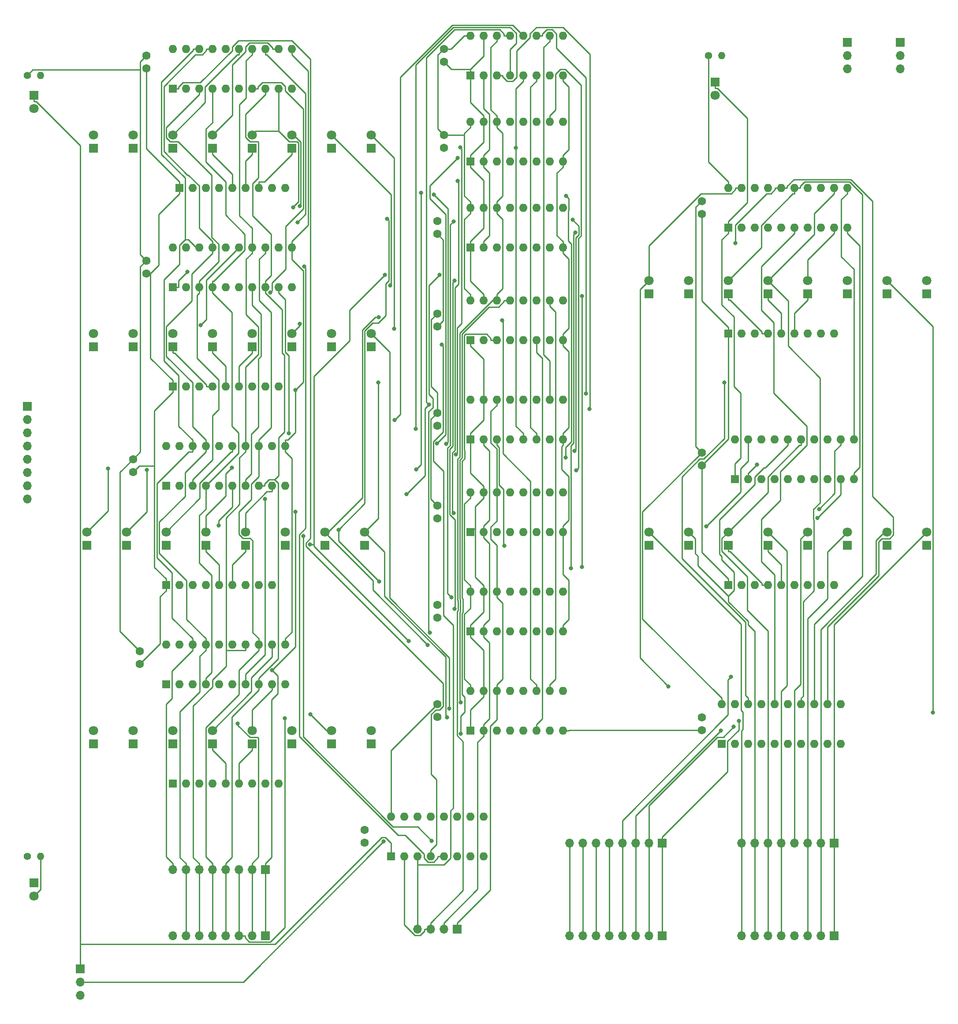
<source format=gbl>
G04 #@! TF.GenerationSoftware,KiCad,Pcbnew,5.1.6-c6e7f7d~87~ubuntu16.04.1*
G04 #@! TF.CreationDate,2021-01-23T16:02:59-05:00*
G04 #@! TF.ProjectId,riscy_reg,72697363-795f-4726-9567-2e6b69636164,rev?*
G04 #@! TF.SameCoordinates,Original*
G04 #@! TF.FileFunction,Copper,L2,Bot*
G04 #@! TF.FilePolarity,Positive*
%FSLAX46Y46*%
G04 Gerber Fmt 4.6, Leading zero omitted, Abs format (unit mm)*
G04 Created by KiCad (PCBNEW 5.1.6-c6e7f7d~87~ubuntu16.04.1) date 2021-01-23 16:02:59*
%MOMM*%
%LPD*%
G01*
G04 APERTURE LIST*
G04 #@! TA.AperFunction,ComponentPad*
%ADD10O,1.700000X1.700000*%
G04 #@! TD*
G04 #@! TA.AperFunction,ComponentPad*
%ADD11R,1.700000X1.700000*%
G04 #@! TD*
G04 #@! TA.AperFunction,ComponentPad*
%ADD12O,1.600000X1.600000*%
G04 #@! TD*
G04 #@! TA.AperFunction,ComponentPad*
%ADD13R,1.600000X1.600000*%
G04 #@! TD*
G04 #@! TA.AperFunction,ComponentPad*
%ADD14O,1.400000X1.400000*%
G04 #@! TD*
G04 #@! TA.AperFunction,ComponentPad*
%ADD15C,1.400000*%
G04 #@! TD*
G04 #@! TA.AperFunction,ComponentPad*
%ADD16C,1.800000*%
G04 #@! TD*
G04 #@! TA.AperFunction,ComponentPad*
%ADD17R,1.800000X1.800000*%
G04 #@! TD*
G04 #@! TA.AperFunction,ComponentPad*
%ADD18C,1.600000*%
G04 #@! TD*
G04 #@! TA.AperFunction,ViaPad*
%ADD19C,0.800000*%
G04 #@! TD*
G04 #@! TA.AperFunction,Conductor*
%ADD20C,0.250000*%
G04 #@! TD*
G04 APERTURE END LIST*
D10*
G04 #@! TO.P,J11,3*
G04 #@! TO.N,CLK*
X163830000Y-12700000D03*
G04 #@! TO.P,J11,2*
G04 #@! TO.N,GND*
X163830000Y-10160000D03*
D11*
G04 #@! TO.P,J11,1*
G04 #@! TO.N,+5V*
X163830000Y-7620000D03*
G04 #@! TD*
D12*
G04 #@! TO.P,U16,16*
G04 #@! TO.N,+5V*
X76200000Y-156210000D03*
G04 #@! TO.P,U16,8*
G04 #@! TO.N,GND*
X93980000Y-163830000D03*
G04 #@! TO.P,U16,15*
G04 #@! TO.N,N/C*
X78740000Y-156210000D03*
G04 #@! TO.P,U16,7*
G04 #@! TO.N,Net-(U16-Pad7)*
X91440000Y-163830000D03*
G04 #@! TO.P,U16,14*
G04 #@! TO.N,N/C*
X81280000Y-156210000D03*
G04 #@! TO.P,U16,6*
G04 #@! TO.N,Net-(U16-Pad6)*
X88900000Y-163830000D03*
G04 #@! TO.P,U16,13*
G04 #@! TO.N,N/C*
X83820000Y-156210000D03*
G04 #@! TO.P,U16,5*
G04 #@! TO.N,Net-(U16-Pad5)*
X86360000Y-163830000D03*
G04 #@! TO.P,U16,12*
G04 #@! TO.N,N/C*
X86360000Y-156210000D03*
G04 #@! TO.P,U16,4*
G04 #@! TO.N,Net-(U1-Pad1)*
X83820000Y-163830000D03*
G04 #@! TO.P,U16,11*
G04 #@! TO.N,N/C*
X88900000Y-156210000D03*
G04 #@! TO.P,U16,3*
G04 #@! TO.N,rd1*
X81280000Y-163830000D03*
G04 #@! TO.P,U16,10*
G04 #@! TO.N,N/C*
X91440000Y-156210000D03*
G04 #@! TO.P,U16,2*
G04 #@! TO.N,rd0*
X78740000Y-163830000D03*
G04 #@! TO.P,U16,9*
G04 #@! TO.N,N/C*
X93980000Y-156210000D03*
D13*
G04 #@! TO.P,U16,1*
G04 #@! TO.N,regclk*
X76200000Y-163830000D03*
G04 #@! TD*
D12*
G04 #@! TO.P,U15,20*
G04 #@! TO.N,+5V*
X139700000Y-134620000D03*
G04 #@! TO.P,U15,10*
G04 #@! TO.N,GND*
X162560000Y-142240000D03*
G04 #@! TO.P,U15,19*
G04 #@! TO.N,rdwb*
X142240000Y-134620000D03*
G04 #@! TO.P,U15,9*
G04 #@! TO.N,wb7*
X160020000Y-142240000D03*
G04 #@! TO.P,U15,18*
G04 #@! TO.N,Rrd0*
X144780000Y-134620000D03*
G04 #@! TO.P,U15,8*
G04 #@! TO.N,wb6*
X157480000Y-142240000D03*
G04 #@! TO.P,U15,17*
G04 #@! TO.N,Rrd1*
X147320000Y-134620000D03*
G04 #@! TO.P,U15,7*
G04 #@! TO.N,wb5*
X154940000Y-142240000D03*
G04 #@! TO.P,U15,16*
G04 #@! TO.N,Rrd2*
X149860000Y-134620000D03*
G04 #@! TO.P,U15,6*
G04 #@! TO.N,wb4*
X152400000Y-142240000D03*
G04 #@! TO.P,U15,15*
G04 #@! TO.N,Rrd3*
X152400000Y-134620000D03*
G04 #@! TO.P,U15,5*
G04 #@! TO.N,wb3*
X149860000Y-142240000D03*
G04 #@! TO.P,U15,14*
G04 #@! TO.N,Rrd4*
X154940000Y-134620000D03*
G04 #@! TO.P,U15,4*
G04 #@! TO.N,wb2*
X147320000Y-142240000D03*
G04 #@! TO.P,U15,13*
G04 #@! TO.N,Rrd5*
X157480000Y-134620000D03*
G04 #@! TO.P,U15,3*
G04 #@! TO.N,wb1*
X144780000Y-142240000D03*
G04 #@! TO.P,U15,12*
G04 #@! TO.N,Rrd6*
X160020000Y-134620000D03*
G04 #@! TO.P,U15,2*
G04 #@! TO.N,wb0*
X142240000Y-142240000D03*
G04 #@! TO.P,U15,11*
G04 #@! TO.N,Rrd7*
X162560000Y-134620000D03*
D13*
G04 #@! TO.P,U15,1*
G04 #@! TO.N,GND*
X139700000Y-142240000D03*
G04 #@! TD*
D12*
G04 #@! TO.P,U14,16*
G04 #@! TO.N,+5V*
X91440000Y-132080000D03*
G04 #@! TO.P,U14,8*
G04 #@! TO.N,GND*
X109220000Y-139700000D03*
G04 #@! TO.P,U14,15*
X93980000Y-132080000D03*
G04 #@! TO.P,U14,7*
G04 #@! TO.N,Net-(U14-Pad7)*
X106680000Y-139700000D03*
G04 #@! TO.P,U14,14*
G04 #@! TO.N,rs0*
X96520000Y-132080000D03*
G04 #@! TO.P,U14,6*
G04 #@! TO.N,Net-(D1-Pad2)*
X104140000Y-139700000D03*
G04 #@! TO.P,U14,13*
G04 #@! TO.N,Net-(D26-Pad2)*
X99060000Y-132080000D03*
G04 #@! TO.P,U14,5*
G04 #@! TO.N,Net-(D9-Pad2)*
X101600000Y-139700000D03*
G04 #@! TO.P,U14,12*
G04 #@! TO.N,c1*
X101600000Y-132080000D03*
G04 #@! TO.P,U14,4*
G04 #@! TO.N,c0*
X99060000Y-139700000D03*
G04 #@! TO.P,U14,11*
G04 #@! TO.N,Net-(D10-Pad2)*
X104140000Y-132080000D03*
G04 #@! TO.P,U14,3*
G04 #@! TO.N,Net-(D25-Pad2)*
X96520000Y-139700000D03*
G04 #@! TO.P,U14,10*
G04 #@! TO.N,Net-(D2-Pad2)*
X106680000Y-132080000D03*
G04 #@! TO.P,U14,2*
G04 #@! TO.N,rs1*
X93980000Y-139700000D03*
G04 #@! TO.P,U14,9*
G04 #@! TO.N,Net-(U14-Pad9)*
X109220000Y-132080000D03*
D13*
G04 #@! TO.P,U14,1*
G04 #@! TO.N,GND*
X91440000Y-139700000D03*
G04 #@! TD*
D12*
G04 #@! TO.P,U13,16*
G04 #@! TO.N,+5V*
X91440000Y-113030000D03*
G04 #@! TO.P,U13,8*
G04 #@! TO.N,GND*
X109220000Y-120650000D03*
G04 #@! TO.P,U13,15*
X93980000Y-113030000D03*
G04 #@! TO.P,U13,7*
G04 #@! TO.N,Net-(U13-Pad7)*
X106680000Y-120650000D03*
G04 #@! TO.P,U13,14*
G04 #@! TO.N,rs0*
X96520000Y-113030000D03*
G04 #@! TO.P,U13,6*
G04 #@! TO.N,Net-(D3-Pad2)*
X104140000Y-120650000D03*
G04 #@! TO.P,U13,13*
G04 #@! TO.N,Net-(D28-Pad2)*
X99060000Y-113030000D03*
G04 #@! TO.P,U13,5*
G04 #@! TO.N,Net-(D11-Pad2)*
X101600000Y-120650000D03*
G04 #@! TO.P,U13,12*
G04 #@! TO.N,c3*
X101600000Y-113030000D03*
G04 #@! TO.P,U13,4*
G04 #@! TO.N,c2*
X99060000Y-120650000D03*
G04 #@! TO.P,U13,11*
G04 #@! TO.N,Net-(D12-Pad2)*
X104140000Y-113030000D03*
G04 #@! TO.P,U13,3*
G04 #@! TO.N,Net-(D27-Pad2)*
X96520000Y-120650000D03*
G04 #@! TO.P,U13,10*
G04 #@! TO.N,Net-(D4-Pad2)*
X106680000Y-113030000D03*
G04 #@! TO.P,U13,2*
G04 #@! TO.N,rs1*
X93980000Y-120650000D03*
G04 #@! TO.P,U13,9*
G04 #@! TO.N,Net-(U13-Pad9)*
X109220000Y-113030000D03*
D13*
G04 #@! TO.P,U13,1*
G04 #@! TO.N,GND*
X91440000Y-120650000D03*
G04 #@! TD*
D12*
G04 #@! TO.P,U12,16*
G04 #@! TO.N,+5V*
X91440000Y-93980000D03*
G04 #@! TO.P,U12,8*
G04 #@! TO.N,GND*
X109220000Y-101600000D03*
G04 #@! TO.P,U12,15*
X93980000Y-93980000D03*
G04 #@! TO.P,U12,7*
G04 #@! TO.N,Net-(U12-Pad7)*
X106680000Y-101600000D03*
G04 #@! TO.P,U12,14*
G04 #@! TO.N,rs0*
X96520000Y-93980000D03*
G04 #@! TO.P,U12,6*
G04 #@! TO.N,Net-(D5-Pad2)*
X104140000Y-101600000D03*
G04 #@! TO.P,U12,13*
G04 #@! TO.N,Net-(D30-Pad2)*
X99060000Y-93980000D03*
G04 #@! TO.P,U12,5*
G04 #@! TO.N,Net-(D13-Pad2)*
X101600000Y-101600000D03*
G04 #@! TO.P,U12,12*
G04 #@! TO.N,c5*
X101600000Y-93980000D03*
G04 #@! TO.P,U12,4*
G04 #@! TO.N,c4*
X99060000Y-101600000D03*
G04 #@! TO.P,U12,11*
G04 #@! TO.N,Net-(D14-Pad2)*
X104140000Y-93980000D03*
G04 #@! TO.P,U12,3*
G04 #@! TO.N,Net-(D29-Pad2)*
X96520000Y-101600000D03*
G04 #@! TO.P,U12,10*
G04 #@! TO.N,Net-(D6-Pad2)*
X106680000Y-93980000D03*
G04 #@! TO.P,U12,2*
G04 #@! TO.N,rs1*
X93980000Y-101600000D03*
G04 #@! TO.P,U12,9*
G04 #@! TO.N,Net-(U12-Pad9)*
X109220000Y-93980000D03*
D13*
G04 #@! TO.P,U12,1*
G04 #@! TO.N,GND*
X91440000Y-101600000D03*
G04 #@! TD*
D12*
G04 #@! TO.P,U11,16*
G04 #@! TO.N,+5V*
X91440000Y-76200000D03*
G04 #@! TO.P,U11,8*
G04 #@! TO.N,GND*
X109220000Y-83820000D03*
G04 #@! TO.P,U11,15*
X93980000Y-76200000D03*
G04 #@! TO.P,U11,7*
G04 #@! TO.N,Net-(U11-Pad7)*
X106680000Y-83820000D03*
G04 #@! TO.P,U11,14*
G04 #@! TO.N,rs0*
X96520000Y-76200000D03*
G04 #@! TO.P,U11,6*
G04 #@! TO.N,Net-(D7-Pad2)*
X104140000Y-83820000D03*
G04 #@! TO.P,U11,13*
G04 #@! TO.N,Net-(D32-Pad2)*
X99060000Y-76200000D03*
G04 #@! TO.P,U11,5*
G04 #@! TO.N,Net-(D15-Pad2)*
X101600000Y-83820000D03*
G04 #@! TO.P,U11,12*
G04 #@! TO.N,c7*
X101600000Y-76200000D03*
G04 #@! TO.P,U11,4*
G04 #@! TO.N,c6*
X99060000Y-83820000D03*
G04 #@! TO.P,U11,11*
G04 #@! TO.N,Net-(D16-Pad2)*
X104140000Y-76200000D03*
G04 #@! TO.P,U11,3*
G04 #@! TO.N,Net-(D31-Pad2)*
X96520000Y-83820000D03*
G04 #@! TO.P,U11,10*
G04 #@! TO.N,Net-(D8-Pad2)*
X106680000Y-76200000D03*
G04 #@! TO.P,U11,2*
G04 #@! TO.N,rs1*
X93980000Y-83820000D03*
G04 #@! TO.P,U11,9*
G04 #@! TO.N,Net-(U11-Pad9)*
X109220000Y-76200000D03*
D13*
G04 #@! TO.P,U11,1*
G04 #@! TO.N,GND*
X91440000Y-83820000D03*
G04 #@! TD*
D12*
G04 #@! TO.P,U10,16*
G04 #@! TO.N,+5V*
X91440000Y-57150000D03*
G04 #@! TO.P,U10,8*
G04 #@! TO.N,GND*
X109220000Y-64770000D03*
G04 #@! TO.P,U10,15*
X93980000Y-57150000D03*
G04 #@! TO.P,U10,7*
G04 #@! TO.N,Net-(U10-Pad7)*
X106680000Y-64770000D03*
G04 #@! TO.P,U10,14*
G04 #@! TO.N,rd0*
X96520000Y-57150000D03*
G04 #@! TO.P,U10,6*
G04 #@! TO.N,Net-(D1-Pad2)*
X104140000Y-64770000D03*
G04 #@! TO.P,U10,13*
G04 #@! TO.N,Net-(D26-Pad2)*
X99060000Y-57150000D03*
G04 #@! TO.P,U10,5*
G04 #@! TO.N,Net-(D9-Pad2)*
X101600000Y-64770000D03*
G04 #@! TO.P,U10,12*
G04 #@! TO.N,c1*
X101600000Y-57150000D03*
G04 #@! TO.P,U10,4*
G04 #@! TO.N,c0*
X99060000Y-64770000D03*
G04 #@! TO.P,U10,11*
G04 #@! TO.N,Net-(D10-Pad2)*
X104140000Y-57150000D03*
G04 #@! TO.P,U10,3*
G04 #@! TO.N,Net-(D25-Pad2)*
X96520000Y-64770000D03*
G04 #@! TO.P,U10,10*
G04 #@! TO.N,Net-(D2-Pad2)*
X106680000Y-57150000D03*
G04 #@! TO.P,U10,2*
G04 #@! TO.N,rd1*
X93980000Y-64770000D03*
G04 #@! TO.P,U10,9*
G04 #@! TO.N,Net-(U10-Pad9)*
X109220000Y-57150000D03*
D13*
G04 #@! TO.P,U10,1*
G04 #@! TO.N,GND*
X91440000Y-64770000D03*
G04 #@! TD*
D12*
G04 #@! TO.P,U9,16*
G04 #@! TO.N,+5V*
X91440000Y-39370000D03*
G04 #@! TO.P,U9,8*
G04 #@! TO.N,GND*
X109220000Y-46990000D03*
G04 #@! TO.P,U9,15*
X93980000Y-39370000D03*
G04 #@! TO.P,U9,7*
G04 #@! TO.N,Net-(U5-Pad7)*
X106680000Y-46990000D03*
G04 #@! TO.P,U9,14*
G04 #@! TO.N,rd0*
X96520000Y-39370000D03*
G04 #@! TO.P,U9,6*
G04 #@! TO.N,Net-(D3-Pad2)*
X104140000Y-46990000D03*
G04 #@! TO.P,U9,13*
G04 #@! TO.N,Net-(D28-Pad2)*
X99060000Y-39370000D03*
G04 #@! TO.P,U9,5*
G04 #@! TO.N,Net-(D11-Pad2)*
X101600000Y-46990000D03*
G04 #@! TO.P,U9,12*
G04 #@! TO.N,c3*
X101600000Y-39370000D03*
G04 #@! TO.P,U9,4*
G04 #@! TO.N,c2*
X99060000Y-46990000D03*
G04 #@! TO.P,U9,11*
G04 #@! TO.N,Net-(D12-Pad2)*
X104140000Y-39370000D03*
G04 #@! TO.P,U9,3*
G04 #@! TO.N,Net-(D27-Pad2)*
X96520000Y-46990000D03*
G04 #@! TO.P,U9,10*
G04 #@! TO.N,Net-(D4-Pad2)*
X106680000Y-39370000D03*
G04 #@! TO.P,U9,2*
G04 #@! TO.N,rd1*
X93980000Y-46990000D03*
G04 #@! TO.P,U9,9*
G04 #@! TO.N,Net-(U5-Pad8)*
X109220000Y-39370000D03*
D13*
G04 #@! TO.P,U9,1*
G04 #@! TO.N,GND*
X91440000Y-46990000D03*
G04 #@! TD*
D12*
G04 #@! TO.P,U8,16*
G04 #@! TO.N,+5V*
X91440000Y-22860000D03*
G04 #@! TO.P,U8,8*
G04 #@! TO.N,GND*
X109220000Y-30480000D03*
G04 #@! TO.P,U8,15*
X93980000Y-22860000D03*
G04 #@! TO.P,U8,7*
G04 #@! TO.N,Net-(U5-Pad13)*
X106680000Y-30480000D03*
G04 #@! TO.P,U8,14*
G04 #@! TO.N,rd0*
X96520000Y-22860000D03*
G04 #@! TO.P,U8,6*
G04 #@! TO.N,Net-(D5-Pad2)*
X104140000Y-30480000D03*
G04 #@! TO.P,U8,13*
G04 #@! TO.N,Net-(D30-Pad2)*
X99060000Y-22860000D03*
G04 #@! TO.P,U8,5*
G04 #@! TO.N,Net-(D13-Pad2)*
X101600000Y-30480000D03*
G04 #@! TO.P,U8,12*
G04 #@! TO.N,c5*
X101600000Y-22860000D03*
G04 #@! TO.P,U8,4*
G04 #@! TO.N,c4*
X99060000Y-30480000D03*
G04 #@! TO.P,U8,11*
G04 #@! TO.N,Net-(D14-Pad2)*
X104140000Y-22860000D03*
G04 #@! TO.P,U8,3*
G04 #@! TO.N,Net-(D29-Pad2)*
X96520000Y-30480000D03*
G04 #@! TO.P,U8,10*
G04 #@! TO.N,Net-(D6-Pad2)*
X106680000Y-22860000D03*
G04 #@! TO.P,U8,2*
G04 #@! TO.N,rd1*
X93980000Y-30480000D03*
G04 #@! TO.P,U8,9*
G04 #@! TO.N,Net-(U5-Pad14)*
X109220000Y-22860000D03*
D13*
G04 #@! TO.P,U8,1*
G04 #@! TO.N,GND*
X91440000Y-30480000D03*
G04 #@! TD*
D12*
G04 #@! TO.P,U7,16*
G04 #@! TO.N,+5V*
X91440000Y-6350000D03*
G04 #@! TO.P,U7,8*
G04 #@! TO.N,GND*
X109220000Y-13970000D03*
G04 #@! TO.P,U7,15*
X93980000Y-6350000D03*
G04 #@! TO.P,U7,7*
G04 #@! TO.N,Net-(U5-Pad17)*
X106680000Y-13970000D03*
G04 #@! TO.P,U7,14*
G04 #@! TO.N,rd0*
X96520000Y-6350000D03*
G04 #@! TO.P,U7,6*
G04 #@! TO.N,Net-(D7-Pad2)*
X104140000Y-13970000D03*
G04 #@! TO.P,U7,13*
G04 #@! TO.N,Net-(D32-Pad2)*
X99060000Y-6350000D03*
G04 #@! TO.P,U7,5*
G04 #@! TO.N,Net-(D15-Pad2)*
X101600000Y-13970000D03*
G04 #@! TO.P,U7,12*
G04 #@! TO.N,c7*
X101600000Y-6350000D03*
G04 #@! TO.P,U7,4*
G04 #@! TO.N,c6*
X99060000Y-13970000D03*
G04 #@! TO.P,U7,11*
G04 #@! TO.N,Net-(D16-Pad2)*
X104140000Y-6350000D03*
G04 #@! TO.P,U7,3*
G04 #@! TO.N,Net-(D31-Pad2)*
X96520000Y-13970000D03*
G04 #@! TO.P,U7,10*
G04 #@! TO.N,Net-(D8-Pad2)*
X106680000Y-6350000D03*
G04 #@! TO.P,U7,2*
G04 #@! TO.N,rd1*
X93980000Y-13970000D03*
G04 #@! TO.P,U7,9*
G04 #@! TO.N,Net-(U5-Pad18)*
X109220000Y-6350000D03*
D13*
G04 #@! TO.P,U7,1*
G04 #@! TO.N,GND*
X91440000Y-13970000D03*
G04 #@! TD*
D12*
G04 #@! TO.P,U6,20*
G04 #@! TO.N,+5V*
X142240000Y-83820000D03*
G04 #@! TO.P,U6,10*
G04 #@! TO.N,GND*
X165100000Y-91440000D03*
G04 #@! TO.P,U6,19*
G04 #@! TO.N,Rrs7*
X144780000Y-83820000D03*
G04 #@! TO.P,U6,9*
G04 #@! TO.N,Rrs3*
X162560000Y-91440000D03*
G04 #@! TO.P,U6,18*
G04 #@! TO.N,Net-(U11-Pad9)*
X147320000Y-83820000D03*
G04 #@! TO.P,U6,8*
G04 #@! TO.N,Net-(U13-Pad9)*
X160020000Y-91440000D03*
G04 #@! TO.P,U6,17*
G04 #@! TO.N,Net-(U11-Pad7)*
X149860000Y-83820000D03*
G04 #@! TO.P,U6,7*
G04 #@! TO.N,Net-(U13-Pad7)*
X157480000Y-91440000D03*
G04 #@! TO.P,U6,16*
G04 #@! TO.N,Rrs6*
X152400000Y-83820000D03*
G04 #@! TO.P,U6,6*
G04 #@! TO.N,Rrs2*
X154940000Y-91440000D03*
G04 #@! TO.P,U6,15*
G04 #@! TO.N,Rrs5*
X154940000Y-83820000D03*
G04 #@! TO.P,U6,5*
G04 #@! TO.N,Rrs1*
X152400000Y-91440000D03*
G04 #@! TO.P,U6,14*
G04 #@! TO.N,Net-(U12-Pad9)*
X157480000Y-83820000D03*
G04 #@! TO.P,U6,4*
G04 #@! TO.N,Net-(U14-Pad9)*
X149860000Y-91440000D03*
G04 #@! TO.P,U6,13*
G04 #@! TO.N,Net-(U12-Pad7)*
X160020000Y-83820000D03*
G04 #@! TO.P,U6,3*
G04 #@! TO.N,Net-(U14-Pad7)*
X147320000Y-91440000D03*
G04 #@! TO.P,U6,12*
G04 #@! TO.N,Rrs4*
X162560000Y-83820000D03*
G04 #@! TO.P,U6,2*
G04 #@! TO.N,Rrs0*
X144780000Y-91440000D03*
G04 #@! TO.P,U6,11*
G04 #@! TO.N,CLK*
X165100000Y-83820000D03*
D13*
G04 #@! TO.P,U6,1*
G04 #@! TO.N,rdrsclk*
X142240000Y-91440000D03*
G04 #@! TD*
D12*
G04 #@! TO.P,U5,20*
G04 #@! TO.N,+5V*
X140970000Y-35560000D03*
G04 #@! TO.P,U5,10*
G04 #@! TO.N,GND*
X163830000Y-43180000D03*
G04 #@! TO.P,U5,19*
G04 #@! TO.N,Rrd7*
X143510000Y-35560000D03*
G04 #@! TO.P,U5,9*
G04 #@! TO.N,Rrd3*
X161290000Y-43180000D03*
G04 #@! TO.P,U5,18*
G04 #@! TO.N,Net-(U5-Pad18)*
X146050000Y-35560000D03*
G04 #@! TO.P,U5,8*
G04 #@! TO.N,Net-(U5-Pad8)*
X158750000Y-43180000D03*
G04 #@! TO.P,U5,17*
G04 #@! TO.N,Net-(U5-Pad17)*
X148590000Y-35560000D03*
G04 #@! TO.P,U5,7*
G04 #@! TO.N,Net-(U5-Pad7)*
X156210000Y-43180000D03*
G04 #@! TO.P,U5,16*
G04 #@! TO.N,Rrd6*
X151130000Y-35560000D03*
G04 #@! TO.P,U5,6*
G04 #@! TO.N,Rrd2*
X153670000Y-43180000D03*
G04 #@! TO.P,U5,15*
G04 #@! TO.N,Rrd5*
X153670000Y-35560000D03*
G04 #@! TO.P,U5,5*
G04 #@! TO.N,Rrd1*
X151130000Y-43180000D03*
G04 #@! TO.P,U5,14*
G04 #@! TO.N,Net-(U5-Pad14)*
X156210000Y-35560000D03*
G04 #@! TO.P,U5,4*
G04 #@! TO.N,Net-(U10-Pad9)*
X148590000Y-43180000D03*
G04 #@! TO.P,U5,13*
G04 #@! TO.N,Net-(U5-Pad13)*
X158750000Y-35560000D03*
G04 #@! TO.P,U5,3*
G04 #@! TO.N,Net-(U10-Pad7)*
X146050000Y-43180000D03*
G04 #@! TO.P,U5,12*
G04 #@! TO.N,Rrd4*
X161290000Y-35560000D03*
G04 #@! TO.P,U5,2*
G04 #@! TO.N,Rrd0*
X143510000Y-43180000D03*
G04 #@! TO.P,U5,11*
G04 #@! TO.N,CLK*
X163830000Y-35560000D03*
D13*
G04 #@! TO.P,U5,1*
G04 #@! TO.N,rdrsclk*
X140970000Y-43180000D03*
G04 #@! TD*
D12*
G04 #@! TO.P,U4,20*
G04 #@! TO.N,+5V*
X33020000Y-123190000D03*
G04 #@! TO.P,U4,10*
G04 #@! TO.N,GND*
X55880000Y-130810000D03*
G04 #@! TO.P,U4,19*
G04 #@! TO.N,Net-(D32-Pad2)*
X35560000Y-123190000D03*
G04 #@! TO.P,U4,9*
G04 #@! TO.N,Net-(D28-Pad2)*
X53340000Y-130810000D03*
G04 #@! TO.P,U4,18*
G04 #@! TO.N,wb7*
X38100000Y-123190000D03*
G04 #@! TO.P,U4,8*
G04 #@! TO.N,wb3*
X50800000Y-130810000D03*
G04 #@! TO.P,U4,17*
G04 #@! TO.N,wb6*
X40640000Y-123190000D03*
G04 #@! TO.P,U4,7*
G04 #@! TO.N,wb2*
X48260000Y-130810000D03*
G04 #@! TO.P,U4,16*
G04 #@! TO.N,Net-(D31-Pad2)*
X43180000Y-123190000D03*
G04 #@! TO.P,U4,6*
G04 #@! TO.N,Net-(D27-Pad2)*
X45720000Y-130810000D03*
G04 #@! TO.P,U4,15*
G04 #@! TO.N,Net-(D30-Pad2)*
X45720000Y-123190000D03*
G04 #@! TO.P,U4,5*
G04 #@! TO.N,Net-(D26-Pad2)*
X43180000Y-130810000D03*
G04 #@! TO.P,U4,14*
G04 #@! TO.N,wb5*
X48260000Y-123190000D03*
G04 #@! TO.P,U4,4*
G04 #@! TO.N,wb1*
X40640000Y-130810000D03*
G04 #@! TO.P,U4,13*
G04 #@! TO.N,wb4*
X50800000Y-123190000D03*
G04 #@! TO.P,U4,3*
G04 #@! TO.N,wb0*
X38100000Y-130810000D03*
G04 #@! TO.P,U4,12*
G04 #@! TO.N,Net-(D29-Pad2)*
X53340000Y-123190000D03*
G04 #@! TO.P,U4,2*
G04 #@! TO.N,Net-(D25-Pad2)*
X35560000Y-130810000D03*
G04 #@! TO.P,U4,11*
G04 #@! TO.N,CLK*
X55880000Y-123190000D03*
D13*
G04 #@! TO.P,U4,1*
G04 #@! TO.N,Net-(U16-Pad7)*
X33020000Y-130810000D03*
G04 #@! TD*
D12*
G04 #@! TO.P,U3,20*
G04 #@! TO.N,+5V*
X33020000Y-85090000D03*
G04 #@! TO.P,U3,10*
G04 #@! TO.N,GND*
X55880000Y-92710000D03*
G04 #@! TO.P,U3,19*
G04 #@! TO.N,c7*
X35560000Y-85090000D03*
G04 #@! TO.P,U3,9*
G04 #@! TO.N,c3*
X53340000Y-92710000D03*
G04 #@! TO.P,U3,18*
G04 #@! TO.N,wb7*
X38100000Y-85090000D03*
G04 #@! TO.P,U3,8*
G04 #@! TO.N,wb3*
X50800000Y-92710000D03*
G04 #@! TO.P,U3,17*
G04 #@! TO.N,wb6*
X40640000Y-85090000D03*
G04 #@! TO.P,U3,7*
G04 #@! TO.N,wb2*
X48260000Y-92710000D03*
G04 #@! TO.P,U3,16*
G04 #@! TO.N,c6*
X43180000Y-85090000D03*
G04 #@! TO.P,U3,6*
G04 #@! TO.N,c2*
X45720000Y-92710000D03*
G04 #@! TO.P,U3,15*
G04 #@! TO.N,c5*
X45720000Y-85090000D03*
G04 #@! TO.P,U3,5*
G04 #@! TO.N,c1*
X43180000Y-92710000D03*
G04 #@! TO.P,U3,14*
G04 #@! TO.N,wb5*
X48260000Y-85090000D03*
G04 #@! TO.P,U3,4*
G04 #@! TO.N,wb1*
X40640000Y-92710000D03*
G04 #@! TO.P,U3,13*
G04 #@! TO.N,wb4*
X50800000Y-85090000D03*
G04 #@! TO.P,U3,3*
G04 #@! TO.N,wb0*
X38100000Y-92710000D03*
G04 #@! TO.P,U3,12*
G04 #@! TO.N,c4*
X53340000Y-85090000D03*
G04 #@! TO.P,U3,2*
G04 #@! TO.N,c0*
X35560000Y-92710000D03*
G04 #@! TO.P,U3,11*
G04 #@! TO.N,CLK*
X55880000Y-85090000D03*
D13*
G04 #@! TO.P,U3,1*
G04 #@! TO.N,Net-(U16-Pad6)*
X33020000Y-92710000D03*
G04 #@! TD*
D12*
G04 #@! TO.P,U2,20*
G04 #@! TO.N,+5V*
X34290000Y-46990000D03*
G04 #@! TO.P,U2,10*
G04 #@! TO.N,GND*
X57150000Y-54610000D03*
G04 #@! TO.P,U2,19*
G04 #@! TO.N,Net-(D16-Pad2)*
X36830000Y-46990000D03*
G04 #@! TO.P,U2,9*
G04 #@! TO.N,Net-(D12-Pad2)*
X54610000Y-54610000D03*
G04 #@! TO.P,U2,18*
G04 #@! TO.N,wb7*
X39370000Y-46990000D03*
G04 #@! TO.P,U2,8*
G04 #@! TO.N,wb3*
X52070000Y-54610000D03*
G04 #@! TO.P,U2,17*
G04 #@! TO.N,wb6*
X41910000Y-46990000D03*
G04 #@! TO.P,U2,7*
G04 #@! TO.N,wb2*
X49530000Y-54610000D03*
G04 #@! TO.P,U2,16*
G04 #@! TO.N,Net-(D15-Pad2)*
X44450000Y-46990000D03*
G04 #@! TO.P,U2,6*
G04 #@! TO.N,Net-(D11-Pad2)*
X46990000Y-54610000D03*
G04 #@! TO.P,U2,15*
G04 #@! TO.N,Net-(D14-Pad2)*
X46990000Y-46990000D03*
G04 #@! TO.P,U2,5*
G04 #@! TO.N,Net-(D10-Pad2)*
X44450000Y-54610000D03*
G04 #@! TO.P,U2,14*
G04 #@! TO.N,wb5*
X49530000Y-46990000D03*
G04 #@! TO.P,U2,4*
G04 #@! TO.N,wb1*
X41910000Y-54610000D03*
G04 #@! TO.P,U2,13*
G04 #@! TO.N,wb4*
X52070000Y-46990000D03*
G04 #@! TO.P,U2,3*
G04 #@! TO.N,wb0*
X39370000Y-54610000D03*
G04 #@! TO.P,U2,12*
G04 #@! TO.N,Net-(D13-Pad2)*
X54610000Y-46990000D03*
G04 #@! TO.P,U2,2*
G04 #@! TO.N,Net-(D9-Pad2)*
X36830000Y-54610000D03*
G04 #@! TO.P,U2,11*
G04 #@! TO.N,CLK*
X57150000Y-46990000D03*
D13*
G04 #@! TO.P,U2,1*
G04 #@! TO.N,Net-(U16-Pad5)*
X34290000Y-54610000D03*
G04 #@! TD*
D12*
G04 #@! TO.P,U1,20*
G04 #@! TO.N,+5V*
X34290000Y-8890000D03*
G04 #@! TO.P,U1,10*
G04 #@! TO.N,GND*
X57150000Y-16510000D03*
G04 #@! TO.P,U1,19*
G04 #@! TO.N,Net-(D8-Pad2)*
X36830000Y-8890000D03*
G04 #@! TO.P,U1,9*
G04 #@! TO.N,Net-(D4-Pad2)*
X54610000Y-16510000D03*
G04 #@! TO.P,U1,18*
G04 #@! TO.N,wb7*
X39370000Y-8890000D03*
G04 #@! TO.P,U1,8*
G04 #@! TO.N,wb3*
X52070000Y-16510000D03*
G04 #@! TO.P,U1,17*
G04 #@! TO.N,wb6*
X41910000Y-8890000D03*
G04 #@! TO.P,U1,7*
G04 #@! TO.N,wb2*
X49530000Y-16510000D03*
G04 #@! TO.P,U1,16*
G04 #@! TO.N,Net-(D7-Pad2)*
X44450000Y-8890000D03*
G04 #@! TO.P,U1,6*
G04 #@! TO.N,Net-(D3-Pad2)*
X46990000Y-16510000D03*
G04 #@! TO.P,U1,15*
G04 #@! TO.N,Net-(D6-Pad2)*
X46990000Y-8890000D03*
G04 #@! TO.P,U1,5*
G04 #@! TO.N,Net-(D2-Pad2)*
X44450000Y-16510000D03*
G04 #@! TO.P,U1,14*
G04 #@! TO.N,wb5*
X49530000Y-8890000D03*
G04 #@! TO.P,U1,4*
G04 #@! TO.N,wb1*
X41910000Y-16510000D03*
G04 #@! TO.P,U1,13*
G04 #@! TO.N,wb4*
X52070000Y-8890000D03*
G04 #@! TO.P,U1,3*
G04 #@! TO.N,wb0*
X39370000Y-16510000D03*
G04 #@! TO.P,U1,12*
G04 #@! TO.N,Net-(D5-Pad2)*
X54610000Y-8890000D03*
G04 #@! TO.P,U1,2*
G04 #@! TO.N,Net-(D1-Pad2)*
X36830000Y-16510000D03*
G04 #@! TO.P,U1,11*
G04 #@! TO.N,CLK*
X57150000Y-8890000D03*
D13*
G04 #@! TO.P,U1,1*
G04 #@! TO.N,Net-(U1-Pad1)*
X34290000Y-16510000D03*
G04 #@! TD*
D12*
G04 #@! TO.P,RN6,9*
G04 #@! TO.N,Net-(D41-Pad1)*
X161290000Y-111760000D03*
G04 #@! TO.P,RN6,8*
G04 #@! TO.N,Net-(D42-Pad1)*
X158750000Y-111760000D03*
G04 #@! TO.P,RN6,7*
G04 #@! TO.N,Net-(D43-Pad1)*
X156210000Y-111760000D03*
G04 #@! TO.P,RN6,6*
G04 #@! TO.N,Net-(D44-Pad1)*
X153670000Y-111760000D03*
G04 #@! TO.P,RN6,5*
G04 #@! TO.N,Net-(D45-Pad1)*
X151130000Y-111760000D03*
G04 #@! TO.P,RN6,4*
G04 #@! TO.N,Net-(D46-Pad1)*
X148590000Y-111760000D03*
G04 #@! TO.P,RN6,3*
G04 #@! TO.N,Net-(D47-Pad1)*
X146050000Y-111760000D03*
G04 #@! TO.P,RN6,2*
G04 #@! TO.N,Net-(D48-Pad1)*
X143510000Y-111760000D03*
D13*
G04 #@! TO.P,RN6,1*
G04 #@! TO.N,GND*
X140970000Y-111760000D03*
G04 #@! TD*
D12*
G04 #@! TO.P,RN5,9*
G04 #@! TO.N,Net-(D33-Pad1)*
X161290000Y-63500000D03*
G04 #@! TO.P,RN5,8*
G04 #@! TO.N,Net-(D34-Pad1)*
X158750000Y-63500000D03*
G04 #@! TO.P,RN5,7*
G04 #@! TO.N,Net-(D35-Pad1)*
X156210000Y-63500000D03*
G04 #@! TO.P,RN5,6*
G04 #@! TO.N,Net-(D36-Pad1)*
X153670000Y-63500000D03*
G04 #@! TO.P,RN5,5*
G04 #@! TO.N,Net-(D37-Pad1)*
X151130000Y-63500000D03*
G04 #@! TO.P,RN5,4*
G04 #@! TO.N,Net-(D38-Pad1)*
X148590000Y-63500000D03*
G04 #@! TO.P,RN5,3*
G04 #@! TO.N,Net-(D39-Pad1)*
X146050000Y-63500000D03*
G04 #@! TO.P,RN5,2*
G04 #@! TO.N,Net-(D40-Pad1)*
X143510000Y-63500000D03*
D13*
G04 #@! TO.P,RN5,1*
G04 #@! TO.N,GND*
X140970000Y-63500000D03*
G04 #@! TD*
D12*
G04 #@! TO.P,RN4,9*
G04 #@! TO.N,Net-(D25-Pad1)*
X54610000Y-149860000D03*
G04 #@! TO.P,RN4,8*
G04 #@! TO.N,Net-(D26-Pad1)*
X52070000Y-149860000D03*
G04 #@! TO.P,RN4,7*
G04 #@! TO.N,Net-(D27-Pad1)*
X49530000Y-149860000D03*
G04 #@! TO.P,RN4,6*
G04 #@! TO.N,Net-(D28-Pad1)*
X46990000Y-149860000D03*
G04 #@! TO.P,RN4,5*
G04 #@! TO.N,Net-(D29-Pad1)*
X44450000Y-149860000D03*
G04 #@! TO.P,RN4,4*
G04 #@! TO.N,Net-(D30-Pad1)*
X41910000Y-149860000D03*
G04 #@! TO.P,RN4,3*
G04 #@! TO.N,Net-(D31-Pad1)*
X39370000Y-149860000D03*
G04 #@! TO.P,RN4,2*
G04 #@! TO.N,Net-(D32-Pad1)*
X36830000Y-149860000D03*
D13*
G04 #@! TO.P,RN4,1*
G04 #@! TO.N,GND*
X34290000Y-149860000D03*
G04 #@! TD*
D12*
G04 #@! TO.P,RN3,9*
G04 #@! TO.N,Net-(D17-Pad1)*
X53340000Y-111760000D03*
G04 #@! TO.P,RN3,8*
G04 #@! TO.N,Net-(D18-Pad1)*
X50800000Y-111760000D03*
G04 #@! TO.P,RN3,7*
G04 #@! TO.N,Net-(D19-Pad1)*
X48260000Y-111760000D03*
G04 #@! TO.P,RN3,6*
G04 #@! TO.N,Net-(D20-Pad1)*
X45720000Y-111760000D03*
G04 #@! TO.P,RN3,5*
G04 #@! TO.N,Net-(D21-Pad1)*
X43180000Y-111760000D03*
G04 #@! TO.P,RN3,4*
G04 #@! TO.N,Net-(D22-Pad1)*
X40640000Y-111760000D03*
G04 #@! TO.P,RN3,3*
G04 #@! TO.N,Net-(D23-Pad1)*
X38100000Y-111760000D03*
G04 #@! TO.P,RN3,2*
G04 #@! TO.N,Net-(D24-Pad1)*
X35560000Y-111760000D03*
D13*
G04 #@! TO.P,RN3,1*
G04 #@! TO.N,GND*
X33020000Y-111760000D03*
G04 #@! TD*
D12*
G04 #@! TO.P,RN2,9*
G04 #@! TO.N,Net-(D9-Pad1)*
X54610000Y-73660000D03*
G04 #@! TO.P,RN2,8*
G04 #@! TO.N,Net-(D10-Pad1)*
X52070000Y-73660000D03*
G04 #@! TO.P,RN2,7*
G04 #@! TO.N,Net-(D11-Pad1)*
X49530000Y-73660000D03*
G04 #@! TO.P,RN2,6*
G04 #@! TO.N,Net-(D12-Pad1)*
X46990000Y-73660000D03*
G04 #@! TO.P,RN2,5*
G04 #@! TO.N,Net-(D13-Pad1)*
X44450000Y-73660000D03*
G04 #@! TO.P,RN2,4*
G04 #@! TO.N,Net-(D14-Pad1)*
X41910000Y-73660000D03*
G04 #@! TO.P,RN2,3*
G04 #@! TO.N,Net-(D15-Pad1)*
X39370000Y-73660000D03*
G04 #@! TO.P,RN2,2*
G04 #@! TO.N,Net-(D16-Pad1)*
X36830000Y-73660000D03*
D13*
G04 #@! TO.P,RN2,1*
G04 #@! TO.N,GND*
X34290000Y-73660000D03*
G04 #@! TD*
D12*
G04 #@! TO.P,RN1,9*
G04 #@! TO.N,Net-(D1-Pad1)*
X55880000Y-35560000D03*
G04 #@! TO.P,RN1,8*
G04 #@! TO.N,Net-(D2-Pad1)*
X53340000Y-35560000D03*
G04 #@! TO.P,RN1,7*
G04 #@! TO.N,Net-(D3-Pad1)*
X50800000Y-35560000D03*
G04 #@! TO.P,RN1,6*
G04 #@! TO.N,Net-(D4-Pad1)*
X48260000Y-35560000D03*
G04 #@! TO.P,RN1,5*
G04 #@! TO.N,Net-(D5-Pad1)*
X45720000Y-35560000D03*
G04 #@! TO.P,RN1,4*
G04 #@! TO.N,Net-(D6-Pad1)*
X43180000Y-35560000D03*
G04 #@! TO.P,RN1,3*
G04 #@! TO.N,Net-(D7-Pad1)*
X40640000Y-35560000D03*
G04 #@! TO.P,RN1,2*
G04 #@! TO.N,Net-(D8-Pad1)*
X38100000Y-35560000D03*
D13*
G04 #@! TO.P,RN1,1*
G04 #@! TO.N,GND*
X35560000Y-35560000D03*
G04 #@! TD*
D14*
G04 #@! TO.P,R3,2*
G04 #@! TO.N,Net-(D51-Pad2)*
X8890000Y-163830000D03*
D15*
G04 #@! TO.P,R3,1*
G04 #@! TO.N,+5V*
X6350000Y-163830000D03*
G04 #@! TD*
D14*
G04 #@! TO.P,R2,2*
G04 #@! TO.N,Net-(D50-Pad2)*
X139700000Y-10160000D03*
D15*
G04 #@! TO.P,R2,1*
G04 #@! TO.N,+5V*
X137160000Y-10160000D03*
G04 #@! TD*
D14*
G04 #@! TO.P,R1,2*
G04 #@! TO.N,Net-(D49-Pad2)*
X8890000Y-13970000D03*
D15*
G04 #@! TO.P,R1,1*
G04 #@! TO.N,+5V*
X6350000Y-13970000D03*
G04 #@! TD*
D10*
G04 #@! TO.P,J10,3*
G04 #@! TO.N,rdwb*
X16510000Y-190500000D03*
G04 #@! TO.P,J10,2*
G04 #@! TO.N,rdrsclk*
X16510000Y-187960000D03*
D11*
G04 #@! TO.P,J10,1*
G04 #@! TO.N,regclk*
X16510000Y-185420000D03*
G04 #@! TD*
D10*
G04 #@! TO.P,J9,4*
G04 #@! TO.N,rd1*
X81280000Y-177800000D03*
G04 #@! TO.P,J9,3*
G04 #@! TO.N,rd0*
X83820000Y-177800000D03*
G04 #@! TO.P,J9,2*
G04 #@! TO.N,rs1*
X86360000Y-177800000D03*
D11*
G04 #@! TO.P,J9,1*
G04 #@! TO.N,rs0*
X88900000Y-177800000D03*
G04 #@! TD*
D10*
G04 #@! TO.P,J8,8*
G04 #@! TO.N,c7*
X6350000Y-95250000D03*
G04 #@! TO.P,J8,7*
G04 #@! TO.N,c6*
X6350000Y-92710000D03*
G04 #@! TO.P,J8,6*
G04 #@! TO.N,c5*
X6350000Y-90170000D03*
G04 #@! TO.P,J8,5*
G04 #@! TO.N,c4*
X6350000Y-87630000D03*
G04 #@! TO.P,J8,4*
G04 #@! TO.N,c3*
X6350000Y-85090000D03*
G04 #@! TO.P,J8,3*
G04 #@! TO.N,c2*
X6350000Y-82550000D03*
G04 #@! TO.P,J8,2*
G04 #@! TO.N,c1*
X6350000Y-80010000D03*
D11*
G04 #@! TO.P,J8,1*
G04 #@! TO.N,c0*
X6350000Y-77470000D03*
G04 #@! TD*
D10*
G04 #@! TO.P,J7,8*
G04 #@! TO.N,Rrs7*
X143510000Y-161290000D03*
G04 #@! TO.P,J7,7*
G04 #@! TO.N,Rrs6*
X146050000Y-161290000D03*
G04 #@! TO.P,J7,6*
G04 #@! TO.N,Rrs5*
X148590000Y-161290000D03*
G04 #@! TO.P,J7,5*
G04 #@! TO.N,Rrs4*
X151130000Y-161290000D03*
G04 #@! TO.P,J7,4*
G04 #@! TO.N,Rrs3*
X153670000Y-161290000D03*
G04 #@! TO.P,J7,3*
G04 #@! TO.N,Rrs2*
X156210000Y-161290000D03*
G04 #@! TO.P,J7,2*
G04 #@! TO.N,Rrs1*
X158750000Y-161290000D03*
D11*
G04 #@! TO.P,J7,1*
G04 #@! TO.N,Rrs0*
X161290000Y-161290000D03*
G04 #@! TD*
D10*
G04 #@! TO.P,J6,8*
G04 #@! TO.N,Rrs7*
X143510000Y-179070000D03*
G04 #@! TO.P,J6,7*
G04 #@! TO.N,Rrs6*
X146050000Y-179070000D03*
G04 #@! TO.P,J6,6*
G04 #@! TO.N,Rrs5*
X148590000Y-179070000D03*
G04 #@! TO.P,J6,5*
G04 #@! TO.N,Rrs4*
X151130000Y-179070000D03*
G04 #@! TO.P,J6,4*
G04 #@! TO.N,Rrs3*
X153670000Y-179070000D03*
G04 #@! TO.P,J6,3*
G04 #@! TO.N,Rrs2*
X156210000Y-179070000D03*
G04 #@! TO.P,J6,2*
G04 #@! TO.N,Rrs1*
X158750000Y-179070000D03*
D11*
G04 #@! TO.P,J6,1*
G04 #@! TO.N,Rrs0*
X161290000Y-179070000D03*
G04 #@! TD*
D10*
G04 #@! TO.P,J5,8*
G04 #@! TO.N,Rrd7*
X110490000Y-179070000D03*
G04 #@! TO.P,J5,7*
G04 #@! TO.N,Rrd6*
X113030000Y-179070000D03*
G04 #@! TO.P,J5,6*
G04 #@! TO.N,Rrd5*
X115570000Y-179070000D03*
G04 #@! TO.P,J5,5*
G04 #@! TO.N,Rrd4*
X118110000Y-179070000D03*
G04 #@! TO.P,J5,4*
G04 #@! TO.N,Rrd3*
X120650000Y-179070000D03*
G04 #@! TO.P,J5,3*
G04 #@! TO.N,Rrd2*
X123190000Y-179070000D03*
G04 #@! TO.P,J5,2*
G04 #@! TO.N,Rrd1*
X125730000Y-179070000D03*
D11*
G04 #@! TO.P,J5,1*
G04 #@! TO.N,Rrd0*
X128270000Y-179070000D03*
G04 #@! TD*
D10*
G04 #@! TO.P,J4,8*
G04 #@! TO.N,Rrd7*
X110490000Y-161290000D03*
G04 #@! TO.P,J4,7*
G04 #@! TO.N,Rrd6*
X113030000Y-161290000D03*
G04 #@! TO.P,J4,6*
G04 #@! TO.N,Rrd5*
X115570000Y-161290000D03*
G04 #@! TO.P,J4,5*
G04 #@! TO.N,Rrd4*
X118110000Y-161290000D03*
G04 #@! TO.P,J4,4*
G04 #@! TO.N,Rrd3*
X120650000Y-161290000D03*
G04 #@! TO.P,J4,3*
G04 #@! TO.N,Rrd2*
X123190000Y-161290000D03*
G04 #@! TO.P,J4,2*
G04 #@! TO.N,Rrd1*
X125730000Y-161290000D03*
D11*
G04 #@! TO.P,J4,1*
G04 #@! TO.N,Rrd0*
X128270000Y-161290000D03*
G04 #@! TD*
D10*
G04 #@! TO.P,J3,8*
G04 #@! TO.N,wb7*
X34290000Y-166370000D03*
G04 #@! TO.P,J3,7*
G04 #@! TO.N,wb6*
X36830000Y-166370000D03*
G04 #@! TO.P,J3,6*
G04 #@! TO.N,wb5*
X39370000Y-166370000D03*
G04 #@! TO.P,J3,5*
G04 #@! TO.N,wb4*
X41910000Y-166370000D03*
G04 #@! TO.P,J3,4*
G04 #@! TO.N,wb3*
X44450000Y-166370000D03*
G04 #@! TO.P,J3,3*
G04 #@! TO.N,wb2*
X46990000Y-166370000D03*
G04 #@! TO.P,J3,2*
G04 #@! TO.N,wb1*
X49530000Y-166370000D03*
D11*
G04 #@! TO.P,J3,1*
G04 #@! TO.N,wb0*
X52070000Y-166370000D03*
G04 #@! TD*
D10*
G04 #@! TO.P,J2,8*
G04 #@! TO.N,wb7*
X34290000Y-179070000D03*
G04 #@! TO.P,J2,7*
G04 #@! TO.N,wb6*
X36830000Y-179070000D03*
G04 #@! TO.P,J2,6*
G04 #@! TO.N,wb5*
X39370000Y-179070000D03*
G04 #@! TO.P,J2,5*
G04 #@! TO.N,wb4*
X41910000Y-179070000D03*
G04 #@! TO.P,J2,4*
G04 #@! TO.N,wb3*
X44450000Y-179070000D03*
G04 #@! TO.P,J2,3*
G04 #@! TO.N,wb2*
X46990000Y-179070000D03*
G04 #@! TO.P,J2,2*
G04 #@! TO.N,wb1*
X49530000Y-179070000D03*
D11*
G04 #@! TO.P,J2,1*
G04 #@! TO.N,wb0*
X52070000Y-179070000D03*
G04 #@! TD*
D10*
G04 #@! TO.P,J1,3*
G04 #@! TO.N,CLK*
X173990000Y-12700000D03*
G04 #@! TO.P,J1,2*
G04 #@! TO.N,GND*
X173990000Y-10160000D03*
D11*
G04 #@! TO.P,J1,1*
G04 #@! TO.N,+5V*
X173990000Y-7620000D03*
G04 #@! TD*
D16*
G04 #@! TO.P,D51,2*
G04 #@! TO.N,Net-(D51-Pad2)*
X7620000Y-171450000D03*
D17*
G04 #@! TO.P,D51,1*
G04 #@! TO.N,rdwb*
X7620000Y-168910000D03*
G04 #@! TD*
D16*
G04 #@! TO.P,D50,2*
G04 #@! TO.N,Net-(D50-Pad2)*
X138430000Y-17780000D03*
D17*
G04 #@! TO.P,D50,1*
G04 #@! TO.N,rdrsclk*
X138430000Y-15240000D03*
G04 #@! TD*
D16*
G04 #@! TO.P,D49,2*
G04 #@! TO.N,Net-(D49-Pad2)*
X7620000Y-20320000D03*
D17*
G04 #@! TO.P,D49,1*
G04 #@! TO.N,regclk*
X7620000Y-17780000D03*
G04 #@! TD*
D16*
G04 #@! TO.P,D48,2*
G04 #@! TO.N,Rrs7*
X125730000Y-101600000D03*
D17*
G04 #@! TO.P,D48,1*
G04 #@! TO.N,Net-(D48-Pad1)*
X125730000Y-104140000D03*
G04 #@! TD*
D16*
G04 #@! TO.P,D47,2*
G04 #@! TO.N,Rrs6*
X133350000Y-101600000D03*
D17*
G04 #@! TO.P,D47,1*
G04 #@! TO.N,Net-(D47-Pad1)*
X133350000Y-104140000D03*
G04 #@! TD*
D16*
G04 #@! TO.P,D46,2*
G04 #@! TO.N,Rrs5*
X140970000Y-101600000D03*
D17*
G04 #@! TO.P,D46,1*
G04 #@! TO.N,Net-(D46-Pad1)*
X140970000Y-104140000D03*
G04 #@! TD*
D16*
G04 #@! TO.P,D45,2*
G04 #@! TO.N,Rrs4*
X148590000Y-101600000D03*
D17*
G04 #@! TO.P,D45,1*
G04 #@! TO.N,Net-(D45-Pad1)*
X148590000Y-104140000D03*
G04 #@! TD*
D16*
G04 #@! TO.P,D44,2*
G04 #@! TO.N,Rrs3*
X156210000Y-101600000D03*
D17*
G04 #@! TO.P,D44,1*
G04 #@! TO.N,Net-(D44-Pad1)*
X156210000Y-104140000D03*
G04 #@! TD*
D16*
G04 #@! TO.P,D43,2*
G04 #@! TO.N,Rrs2*
X163830000Y-101600000D03*
D17*
G04 #@! TO.P,D43,1*
G04 #@! TO.N,Net-(D43-Pad1)*
X163830000Y-104140000D03*
G04 #@! TD*
D16*
G04 #@! TO.P,D42,2*
G04 #@! TO.N,Rrs1*
X171450000Y-101600000D03*
D17*
G04 #@! TO.P,D42,1*
G04 #@! TO.N,Net-(D42-Pad1)*
X171450000Y-104140000D03*
G04 #@! TD*
D16*
G04 #@! TO.P,D41,2*
G04 #@! TO.N,Rrs0*
X179070000Y-101600000D03*
D17*
G04 #@! TO.P,D41,1*
G04 #@! TO.N,Net-(D41-Pad1)*
X179070000Y-104140000D03*
G04 #@! TD*
D16*
G04 #@! TO.P,D40,2*
G04 #@! TO.N,Rrd7*
X125730000Y-53340000D03*
D17*
G04 #@! TO.P,D40,1*
G04 #@! TO.N,Net-(D40-Pad1)*
X125730000Y-55880000D03*
G04 #@! TD*
D16*
G04 #@! TO.P,D39,2*
G04 #@! TO.N,Rrd6*
X133350000Y-53340000D03*
D17*
G04 #@! TO.P,D39,1*
G04 #@! TO.N,Net-(D39-Pad1)*
X133350000Y-55880000D03*
G04 #@! TD*
D16*
G04 #@! TO.P,D38,2*
G04 #@! TO.N,Rrd5*
X140970000Y-53340000D03*
D17*
G04 #@! TO.P,D38,1*
G04 #@! TO.N,Net-(D38-Pad1)*
X140970000Y-55880000D03*
G04 #@! TD*
D16*
G04 #@! TO.P,D37,2*
G04 #@! TO.N,Rrd4*
X148590000Y-53340000D03*
D17*
G04 #@! TO.P,D37,1*
G04 #@! TO.N,Net-(D37-Pad1)*
X148590000Y-55880000D03*
G04 #@! TD*
D16*
G04 #@! TO.P,D36,2*
G04 #@! TO.N,Rrd3*
X156210000Y-53340000D03*
D17*
G04 #@! TO.P,D36,1*
G04 #@! TO.N,Net-(D36-Pad1)*
X156210000Y-55880000D03*
G04 #@! TD*
D16*
G04 #@! TO.P,D35,2*
G04 #@! TO.N,Rrd2*
X163830000Y-53340000D03*
D17*
G04 #@! TO.P,D35,1*
G04 #@! TO.N,Net-(D35-Pad1)*
X163830000Y-55880000D03*
G04 #@! TD*
D16*
G04 #@! TO.P,D34,2*
G04 #@! TO.N,Rrd1*
X171450000Y-53340000D03*
D17*
G04 #@! TO.P,D34,1*
G04 #@! TO.N,Net-(D34-Pad1)*
X171450000Y-55880000D03*
G04 #@! TD*
D16*
G04 #@! TO.P,D33,2*
G04 #@! TO.N,Rrd0*
X179070000Y-53340000D03*
D17*
G04 #@! TO.P,D33,1*
G04 #@! TO.N,Net-(D33-Pad1)*
X179070000Y-55880000D03*
G04 #@! TD*
D16*
G04 #@! TO.P,D32,2*
G04 #@! TO.N,Net-(D32-Pad2)*
X19050000Y-139700000D03*
D17*
G04 #@! TO.P,D32,1*
G04 #@! TO.N,Net-(D32-Pad1)*
X19050000Y-142240000D03*
G04 #@! TD*
D16*
G04 #@! TO.P,D31,2*
G04 #@! TO.N,Net-(D31-Pad2)*
X26670000Y-139700000D03*
D17*
G04 #@! TO.P,D31,1*
G04 #@! TO.N,Net-(D31-Pad1)*
X26670000Y-142240000D03*
G04 #@! TD*
D16*
G04 #@! TO.P,D30,2*
G04 #@! TO.N,Net-(D30-Pad2)*
X34290000Y-139700000D03*
D17*
G04 #@! TO.P,D30,1*
G04 #@! TO.N,Net-(D30-Pad1)*
X34290000Y-142240000D03*
G04 #@! TD*
D16*
G04 #@! TO.P,D29,2*
G04 #@! TO.N,Net-(D29-Pad2)*
X41910000Y-139700000D03*
D17*
G04 #@! TO.P,D29,1*
G04 #@! TO.N,Net-(D29-Pad1)*
X41910000Y-142240000D03*
G04 #@! TD*
D16*
G04 #@! TO.P,D28,2*
G04 #@! TO.N,Net-(D28-Pad2)*
X49530000Y-139700000D03*
D17*
G04 #@! TO.P,D28,1*
G04 #@! TO.N,Net-(D28-Pad1)*
X49530000Y-142240000D03*
G04 #@! TD*
D16*
G04 #@! TO.P,D27,2*
G04 #@! TO.N,Net-(D27-Pad2)*
X57150000Y-139700000D03*
D17*
G04 #@! TO.P,D27,1*
G04 #@! TO.N,Net-(D27-Pad1)*
X57150000Y-142240000D03*
G04 #@! TD*
D16*
G04 #@! TO.P,D26,2*
G04 #@! TO.N,Net-(D26-Pad2)*
X64770000Y-139700000D03*
D17*
G04 #@! TO.P,D26,1*
G04 #@! TO.N,Net-(D26-Pad1)*
X64770000Y-142240000D03*
G04 #@! TD*
D16*
G04 #@! TO.P,D25,2*
G04 #@! TO.N,Net-(D25-Pad2)*
X72390000Y-139700000D03*
D17*
G04 #@! TO.P,D25,1*
G04 #@! TO.N,Net-(D25-Pad1)*
X72390000Y-142240000D03*
G04 #@! TD*
D16*
G04 #@! TO.P,D24,2*
G04 #@! TO.N,c7*
X17780000Y-101600000D03*
D17*
G04 #@! TO.P,D24,1*
G04 #@! TO.N,Net-(D24-Pad1)*
X17780000Y-104140000D03*
G04 #@! TD*
D16*
G04 #@! TO.P,D23,2*
G04 #@! TO.N,c6*
X25400000Y-101600000D03*
D17*
G04 #@! TO.P,D23,1*
G04 #@! TO.N,Net-(D23-Pad1)*
X25400000Y-104140000D03*
G04 #@! TD*
D16*
G04 #@! TO.P,D22,2*
G04 #@! TO.N,c5*
X33020000Y-101600000D03*
D17*
G04 #@! TO.P,D22,1*
G04 #@! TO.N,Net-(D22-Pad1)*
X33020000Y-104140000D03*
G04 #@! TD*
D16*
G04 #@! TO.P,D21,2*
G04 #@! TO.N,c4*
X40640000Y-101600000D03*
D17*
G04 #@! TO.P,D21,1*
G04 #@! TO.N,Net-(D21-Pad1)*
X40640000Y-104140000D03*
G04 #@! TD*
D16*
G04 #@! TO.P,D20,2*
G04 #@! TO.N,c3*
X48260000Y-101600000D03*
D17*
G04 #@! TO.P,D20,1*
G04 #@! TO.N,Net-(D20-Pad1)*
X48260000Y-104140000D03*
G04 #@! TD*
D16*
G04 #@! TO.P,D19,2*
G04 #@! TO.N,c2*
X55880000Y-101600000D03*
D17*
G04 #@! TO.P,D19,1*
G04 #@! TO.N,Net-(D19-Pad1)*
X55880000Y-104140000D03*
G04 #@! TD*
D16*
G04 #@! TO.P,D18,2*
G04 #@! TO.N,c1*
X63500000Y-101600000D03*
D17*
G04 #@! TO.P,D18,1*
G04 #@! TO.N,Net-(D18-Pad1)*
X63500000Y-104140000D03*
G04 #@! TD*
D16*
G04 #@! TO.P,D17,2*
G04 #@! TO.N,c0*
X71120000Y-101600000D03*
D17*
G04 #@! TO.P,D17,1*
G04 #@! TO.N,Net-(D17-Pad1)*
X71120000Y-104140000D03*
G04 #@! TD*
D16*
G04 #@! TO.P,D16,2*
G04 #@! TO.N,Net-(D16-Pad2)*
X19050000Y-63500000D03*
D17*
G04 #@! TO.P,D16,1*
G04 #@! TO.N,Net-(D16-Pad1)*
X19050000Y-66040000D03*
G04 #@! TD*
D16*
G04 #@! TO.P,D15,2*
G04 #@! TO.N,Net-(D15-Pad2)*
X26670000Y-63500000D03*
D17*
G04 #@! TO.P,D15,1*
G04 #@! TO.N,Net-(D15-Pad1)*
X26670000Y-66040000D03*
G04 #@! TD*
D16*
G04 #@! TO.P,D14,2*
G04 #@! TO.N,Net-(D14-Pad2)*
X34290000Y-63500000D03*
D17*
G04 #@! TO.P,D14,1*
G04 #@! TO.N,Net-(D14-Pad1)*
X34290000Y-66040000D03*
G04 #@! TD*
D16*
G04 #@! TO.P,D13,2*
G04 #@! TO.N,Net-(D13-Pad2)*
X41910000Y-63500000D03*
D17*
G04 #@! TO.P,D13,1*
G04 #@! TO.N,Net-(D13-Pad1)*
X41910000Y-66040000D03*
G04 #@! TD*
D16*
G04 #@! TO.P,D12,2*
G04 #@! TO.N,Net-(D12-Pad2)*
X49530000Y-63500000D03*
D17*
G04 #@! TO.P,D12,1*
G04 #@! TO.N,Net-(D12-Pad1)*
X49530000Y-66040000D03*
G04 #@! TD*
D16*
G04 #@! TO.P,D11,2*
G04 #@! TO.N,Net-(D11-Pad2)*
X57150000Y-63500000D03*
D17*
G04 #@! TO.P,D11,1*
G04 #@! TO.N,Net-(D11-Pad1)*
X57150000Y-66040000D03*
G04 #@! TD*
D16*
G04 #@! TO.P,D10,2*
G04 #@! TO.N,Net-(D10-Pad2)*
X64770000Y-63500000D03*
D17*
G04 #@! TO.P,D10,1*
G04 #@! TO.N,Net-(D10-Pad1)*
X64770000Y-66040000D03*
G04 #@! TD*
D16*
G04 #@! TO.P,D9,2*
G04 #@! TO.N,Net-(D9-Pad2)*
X72390000Y-63500000D03*
D17*
G04 #@! TO.P,D9,1*
G04 #@! TO.N,Net-(D9-Pad1)*
X72390000Y-66040000D03*
G04 #@! TD*
D16*
G04 #@! TO.P,D8,2*
G04 #@! TO.N,Net-(D8-Pad2)*
X19050000Y-25400000D03*
D17*
G04 #@! TO.P,D8,1*
G04 #@! TO.N,Net-(D8-Pad1)*
X19050000Y-27940000D03*
G04 #@! TD*
D16*
G04 #@! TO.P,D7,2*
G04 #@! TO.N,Net-(D7-Pad2)*
X26670000Y-25400000D03*
D17*
G04 #@! TO.P,D7,1*
G04 #@! TO.N,Net-(D7-Pad1)*
X26670000Y-27940000D03*
G04 #@! TD*
D16*
G04 #@! TO.P,D6,2*
G04 #@! TO.N,Net-(D6-Pad2)*
X34290000Y-25400000D03*
D17*
G04 #@! TO.P,D6,1*
G04 #@! TO.N,Net-(D6-Pad1)*
X34290000Y-27940000D03*
G04 #@! TD*
D16*
G04 #@! TO.P,D5,2*
G04 #@! TO.N,Net-(D5-Pad2)*
X41910000Y-25400000D03*
D17*
G04 #@! TO.P,D5,1*
G04 #@! TO.N,Net-(D5-Pad1)*
X41910000Y-27940000D03*
G04 #@! TD*
D16*
G04 #@! TO.P,D4,2*
G04 #@! TO.N,Net-(D4-Pad2)*
X49530000Y-25400000D03*
D17*
G04 #@! TO.P,D4,1*
G04 #@! TO.N,Net-(D4-Pad1)*
X49530000Y-27940000D03*
G04 #@! TD*
D16*
G04 #@! TO.P,D3,2*
G04 #@! TO.N,Net-(D3-Pad2)*
X57150000Y-25400000D03*
D17*
G04 #@! TO.P,D3,1*
G04 #@! TO.N,Net-(D3-Pad1)*
X57150000Y-27940000D03*
G04 #@! TD*
D16*
G04 #@! TO.P,D2,2*
G04 #@! TO.N,Net-(D2-Pad2)*
X64770000Y-25400000D03*
D17*
G04 #@! TO.P,D2,1*
G04 #@! TO.N,Net-(D2-Pad1)*
X64770000Y-27940000D03*
G04 #@! TD*
D16*
G04 #@! TO.P,D1,2*
G04 #@! TO.N,Net-(D1-Pad2)*
X72390000Y-25400000D03*
D17*
G04 #@! TO.P,D1,1*
G04 #@! TO.N,Net-(D1-Pad1)*
X72390000Y-27940000D03*
G04 #@! TD*
D18*
G04 #@! TO.P,C16,2*
G04 #@! TO.N,GND*
X71120000Y-161250000D03*
G04 #@! TO.P,C16,1*
G04 #@! TO.N,+5V*
X71120000Y-158750000D03*
G04 #@! TD*
G04 #@! TO.P,C15,2*
G04 #@! TO.N,GND*
X135890000Y-139660000D03*
G04 #@! TO.P,C15,1*
G04 #@! TO.N,+5V*
X135890000Y-137160000D03*
G04 #@! TD*
G04 #@! TO.P,C14,2*
G04 #@! TO.N,GND*
X85090000Y-137120000D03*
G04 #@! TO.P,C14,1*
G04 #@! TO.N,+5V*
X85090000Y-134620000D03*
G04 #@! TD*
G04 #@! TO.P,C13,2*
G04 #@! TO.N,GND*
X85090000Y-118070000D03*
G04 #@! TO.P,C13,1*
G04 #@! TO.N,+5V*
X85090000Y-115570000D03*
G04 #@! TD*
G04 #@! TO.P,C12,2*
G04 #@! TO.N,GND*
X85090000Y-99020000D03*
G04 #@! TO.P,C12,1*
G04 #@! TO.N,+5V*
X85090000Y-96520000D03*
G04 #@! TD*
G04 #@! TO.P,C11,2*
G04 #@! TO.N,GND*
X85090000Y-81240000D03*
G04 #@! TO.P,C11,1*
G04 #@! TO.N,+5V*
X85090000Y-78740000D03*
G04 #@! TD*
G04 #@! TO.P,C10,2*
G04 #@! TO.N,GND*
X85090000Y-62190000D03*
G04 #@! TO.P,C10,1*
G04 #@! TO.N,+5V*
X85090000Y-59690000D03*
G04 #@! TD*
G04 #@! TO.P,C9,2*
G04 #@! TO.N,GND*
X85090000Y-44410000D03*
G04 #@! TO.P,C9,1*
G04 #@! TO.N,+5V*
X85090000Y-41910000D03*
G04 #@! TD*
G04 #@! TO.P,C8,2*
G04 #@! TO.N,GND*
X86360000Y-27900000D03*
G04 #@! TO.P,C8,1*
G04 #@! TO.N,+5V*
X86360000Y-25400000D03*
G04 #@! TD*
G04 #@! TO.P,C7,2*
G04 #@! TO.N,GND*
X86360000Y-11390000D03*
G04 #@! TO.P,C7,1*
G04 #@! TO.N,+5V*
X86360000Y-8890000D03*
G04 #@! TD*
G04 #@! TO.P,C6,2*
G04 #@! TO.N,GND*
X135890000Y-88860000D03*
G04 #@! TO.P,C6,1*
G04 #@! TO.N,+5V*
X135890000Y-86360000D03*
G04 #@! TD*
G04 #@! TO.P,C5,2*
G04 #@! TO.N,GND*
X135890000Y-40600000D03*
G04 #@! TO.P,C5,1*
G04 #@! TO.N,+5V*
X135890000Y-38100000D03*
G04 #@! TD*
G04 #@! TO.P,C4,2*
G04 #@! TO.N,GND*
X27940000Y-126960000D03*
G04 #@! TO.P,C4,1*
G04 #@! TO.N,+5V*
X27940000Y-124460000D03*
G04 #@! TD*
G04 #@! TO.P,C3,2*
G04 #@! TO.N,GND*
X26670000Y-90130000D03*
G04 #@! TO.P,C3,1*
G04 #@! TO.N,+5V*
X26670000Y-87630000D03*
G04 #@! TD*
G04 #@! TO.P,C2,2*
G04 #@! TO.N,GND*
X29210000Y-52030000D03*
G04 #@! TO.P,C2,1*
G04 #@! TO.N,+5V*
X29210000Y-49530000D03*
G04 #@! TD*
G04 #@! TO.P,C1,2*
G04 #@! TO.N,GND*
X29210000Y-12660000D03*
G04 #@! TO.P,C1,1*
G04 #@! TO.N,+5V*
X29210000Y-10160000D03*
G04 #@! TD*
D19*
G04 #@! TO.N,Net-(D1-Pad2)*
X76805100Y-62591800D03*
G04 #@! TO.N,Net-(D2-Pad2)*
X76050700Y-54332600D03*
G04 #@! TO.N,Net-(D3-Pad2)*
X58657100Y-39019200D03*
X112886600Y-108313800D03*
X112886600Y-56312600D03*
G04 #@! TO.N,Net-(D4-Pad2)*
X110795600Y-108529900D03*
X111568100Y-44142800D03*
X57435800Y-39322800D03*
G04 #@! TO.N,Net-(D5-Pad2)*
X109741700Y-87303500D03*
X109857300Y-37110400D03*
G04 #@! TO.N,Net-(D6-Pad2)*
X111745900Y-89800700D03*
G04 #@! TO.N,Net-(D9-Pad2)*
X87400800Y-135455800D03*
G04 #@! TO.N,Net-(D10-Pad2)*
X97595800Y-61027600D03*
G04 #@! TO.N,Net-(D11-Pad2)*
X88368800Y-116371000D03*
X88443300Y-53394100D03*
X58656800Y-61649400D03*
G04 #@! TO.N,Net-(D12-Pad2)*
X56605600Y-82635400D03*
G04 #@! TO.N,Net-(D13-Pad2)*
X86835500Y-84702500D03*
X84432000Y-36861400D03*
G04 #@! TO.N,Net-(D14-Pad2)*
X111458500Y-86088200D03*
X111067800Y-41698500D03*
X39656500Y-61914600D03*
G04 #@! TO.N,Net-(D15-Pad2)*
X100185400Y-27865000D03*
G04 #@! TO.N,Net-(D16-Pad2)*
X113659200Y-75021600D03*
G04 #@! TO.N,c0*
X73748300Y-72900700D03*
X86939100Y-137209800D03*
G04 #@! TO.N,c1*
X83238100Y-123275000D03*
X73855000Y-60353700D03*
G04 #@! TO.N,c2*
X60604000Y-104004800D03*
X79646400Y-122549700D03*
X75042100Y-52293600D03*
X43127300Y-100374600D03*
G04 #@! TO.N,c3*
X73918500Y-111123500D03*
X75470800Y-41476100D03*
X66132200Y-101164800D03*
G04 #@! TO.N,c4*
X81987900Y-36491300D03*
X81058600Y-89595100D03*
X45659400Y-89245500D03*
G04 #@! TO.N,c5*
X85050100Y-84573100D03*
X89034200Y-29847400D03*
G04 #@! TO.N,c6*
X80953800Y-81838100D03*
X29292000Y-89651500D03*
G04 #@! TO.N,c7*
X21854900Y-89448900D03*
X76927000Y-80094000D03*
G04 #@! TO.N,Rrd0*
X140229000Y-72900700D03*
X143000300Y-137836100D03*
G04 #@! TO.N,Rrd1*
X142043700Y-138986400D03*
X180295300Y-136276300D03*
G04 #@! TO.N,Rrd2*
X139528800Y-139711700D03*
G04 #@! TO.N,Rrd3*
X141471800Y-129379000D03*
G04 #@! TO.N,Rrd6*
X142315800Y-46160900D03*
G04 #@! TO.N,Rrd7*
X129498800Y-131245400D03*
G04 #@! TO.N,Rrs0*
X146488000Y-88698400D03*
G04 #@! TO.N,Rrs3*
X158080100Y-98886600D03*
G04 #@! TO.N,Rrs4*
X158427900Y-97209100D03*
G04 #@! TO.N,Rrs7*
X136768100Y-100513900D03*
G04 #@! TO.N,rdrsclk*
X74797900Y-160979800D03*
G04 #@! TO.N,CLK*
X57820500Y-74367300D03*
G04 #@! TO.N,wb4*
X58254000Y-42195900D03*
G04 #@! TO.N,wb2*
X51984200Y-95289900D03*
X53018500Y-55646900D03*
X55789500Y-137331200D03*
G04 #@! TO.N,wb1*
X46776000Y-138387400D03*
G04 #@! TO.N,wb0*
X57869300Y-97762500D03*
X53360400Y-128140000D03*
G04 #@! TO.N,rd1*
X85931800Y-65616000D03*
G04 #@! TO.N,Net-(U16-Pad5)*
X59565500Y-50650400D03*
X37101100Y-51665900D03*
G04 #@! TO.N,Net-(U16-Pad6)*
X84033400Y-160852000D03*
X59344800Y-102390000D03*
G04 #@! TO.N,Net-(D25-Pad2)*
X89602400Y-140358500D03*
G04 #@! TO.N,Net-(D26-Pad2)*
X60730400Y-136574600D03*
X89631200Y-134332600D03*
G04 #@! TO.N,Net-(D27-Pad2)*
X85517000Y-52281000D03*
X83644600Y-120932100D03*
G04 #@! TO.N,Net-(D28-Pad2)*
X88215100Y-42004100D03*
X87776400Y-114155500D03*
G04 #@! TO.N,Net-(D29-Pad2)*
X89042300Y-34254000D03*
X88226700Y-97960400D03*
G04 #@! TO.N,Net-(D30-Pad2)*
X89545400Y-27793400D03*
X88679400Y-86740800D03*
G04 #@! TO.N,Net-(D31-Pad2)*
X97965300Y-104215100D03*
X114348400Y-78030500D03*
G04 #@! TO.N,Net-(D32-Pad2)*
X79172700Y-94374400D03*
X83472100Y-77179600D03*
G04 #@! TD*
D20*
G04 #@! TO.N,GND*
X85090000Y-44410000D02*
X86242300Y-45562300D01*
X86242300Y-45562300D02*
X86242300Y-61037700D01*
X86242300Y-61037700D02*
X85090000Y-62190000D01*
X109220000Y-120650000D02*
X109220000Y-119524700D01*
X109220000Y-101600000D02*
X109220000Y-109718000D01*
X109220000Y-109718000D02*
X110345300Y-110843300D01*
X110345300Y-110843300D02*
X110345300Y-118399400D01*
X110345300Y-118399400D02*
X109220000Y-119524700D01*
X109220000Y-101037300D02*
X109220000Y-101600000D01*
X109220000Y-48115300D02*
X110345300Y-49240600D01*
X110345300Y-49240600D02*
X110345300Y-62519400D01*
X110345300Y-62519400D02*
X109220000Y-63644700D01*
X109220000Y-30480000D02*
X109220000Y-29354700D01*
X109220000Y-13970000D02*
X109220000Y-15095300D01*
X109220000Y-15095300D02*
X110345300Y-16220600D01*
X110345300Y-16220600D02*
X110345300Y-28229400D01*
X110345300Y-28229400D02*
X109220000Y-29354700D01*
X109220000Y-84945300D02*
X108994900Y-85170400D01*
X108994900Y-85170400D02*
X108994900Y-89587500D01*
X108994900Y-89587500D02*
X110345300Y-90937900D01*
X110345300Y-90937900D02*
X110345300Y-99349400D01*
X110345300Y-99349400D02*
X109220000Y-100474700D01*
X93980000Y-113030000D02*
X93980000Y-111904700D01*
X92354900Y-101037300D02*
X92354900Y-96730400D01*
X92354900Y-96730400D02*
X93980000Y-95105300D01*
X93980000Y-111904700D02*
X92354900Y-110279600D01*
X92354900Y-110279600D02*
X92354900Y-101037300D01*
X92354900Y-101037300D02*
X91440000Y-101037300D01*
X93980000Y-93980000D02*
X93980000Y-95105300D01*
X35560000Y-35560000D02*
X35560000Y-34434700D01*
X29210000Y-12660000D02*
X29210000Y-28084700D01*
X29210000Y-28084700D02*
X35560000Y-34434700D01*
X30010000Y-52030000D02*
X30010000Y-68254700D01*
X30010000Y-68254700D02*
X34290000Y-72534700D01*
X35560000Y-36685300D02*
X31607000Y-40638300D01*
X31607000Y-40638300D02*
X31607000Y-50433000D01*
X31607000Y-50433000D02*
X30010000Y-52030000D01*
X29210000Y-52030000D02*
X30010000Y-52030000D01*
X34290000Y-73660000D02*
X34290000Y-72534700D01*
X34290000Y-73660000D02*
X34290000Y-74785300D01*
X30763000Y-88905900D02*
X30763000Y-108377700D01*
X30763000Y-108377700D02*
X33020000Y-110634700D01*
X34290000Y-74785300D02*
X30763000Y-78312300D01*
X30763000Y-78312300D02*
X30763000Y-88905900D01*
X30763000Y-88905900D02*
X27894100Y-88905900D01*
X27894100Y-88905900D02*
X26670000Y-90130000D01*
X33020000Y-111760000D02*
X33020000Y-110634700D01*
X163830000Y-44305300D02*
X166225300Y-46700600D01*
X166225300Y-46700600D02*
X166225300Y-89189400D01*
X166225300Y-89189400D02*
X165100000Y-90314700D01*
X91440000Y-30480000D02*
X91440000Y-31605300D01*
X93980000Y-39370000D02*
X93980000Y-34145300D01*
X93980000Y-34145300D02*
X91440000Y-31605300D01*
X91440000Y-45864700D02*
X93980000Y-43324700D01*
X93980000Y-43324700D02*
X93980000Y-39370000D01*
X109220000Y-139700000D02*
X110345300Y-139700000D01*
X135890000Y-139660000D02*
X110385300Y-139660000D01*
X110385300Y-139660000D02*
X110345300Y-139700000D01*
X91440000Y-12844700D02*
X87814700Y-12844700D01*
X87814700Y-12844700D02*
X86360000Y-11390000D01*
X93980000Y-6350000D02*
X93980000Y-10304700D01*
X93980000Y-10304700D02*
X91440000Y-12844700D01*
X93980000Y-22860000D02*
X93980000Y-21734700D01*
X91440000Y-13970000D02*
X91440000Y-19194700D01*
X91440000Y-19194700D02*
X93980000Y-21734700D01*
X91440000Y-13407300D02*
X91440000Y-13970000D01*
X91440000Y-30480000D02*
X91440000Y-29354700D01*
X91440000Y-29354700D02*
X93980000Y-26814700D01*
X93980000Y-26814700D02*
X93980000Y-22860000D01*
X33020000Y-111760000D02*
X33020000Y-112885300D01*
X33020000Y-112885300D02*
X31894700Y-114010600D01*
X31894700Y-114010600D02*
X31894700Y-123005300D01*
X31894700Y-123005300D02*
X27940000Y-126960000D01*
X140970000Y-63500000D02*
X140970000Y-62374700D01*
X140970000Y-62374700D02*
X135890000Y-57294700D01*
X135890000Y-57294700D02*
X135890000Y-40600000D01*
X140970000Y-63500000D02*
X140970000Y-83780000D01*
X140970000Y-83780000D02*
X135890000Y-88860000D01*
X109220000Y-30480000D02*
X109220000Y-31605300D01*
X109220000Y-31605300D02*
X108094700Y-32730600D01*
X108094700Y-32730600D02*
X108094700Y-44739400D01*
X108094700Y-44739400D02*
X109220000Y-45864700D01*
X109220000Y-46990000D02*
X109220000Y-45864700D01*
X109220000Y-64770000D02*
X109220000Y-63644700D01*
X109220000Y-46990000D02*
X109220000Y-48115300D01*
X109220000Y-83820000D02*
X109220000Y-82694700D01*
X109220000Y-64770000D02*
X109220000Y-65895300D01*
X109220000Y-65895300D02*
X110345300Y-67020600D01*
X110345300Y-67020600D02*
X110345300Y-81569400D01*
X110345300Y-81569400D02*
X109220000Y-82694700D01*
X91440000Y-83820000D02*
X91440000Y-82694700D01*
X93980000Y-76200000D02*
X93980000Y-80154700D01*
X93980000Y-80154700D02*
X91440000Y-82694700D01*
X91440000Y-65895300D02*
X93980000Y-68435300D01*
X93980000Y-68435300D02*
X93980000Y-76200000D01*
X93980000Y-93980000D02*
X93980000Y-92854700D01*
X93980000Y-92854700D02*
X91440000Y-90314700D01*
X91440000Y-90314700D02*
X91440000Y-83820000D01*
X91440000Y-64770000D02*
X91440000Y-65895300D01*
X165100000Y-91440000D02*
X165100000Y-90314700D01*
X163830000Y-43180000D02*
X163830000Y-44305300D01*
X135890000Y-88860000D02*
X135890000Y-105554700D01*
X135890000Y-105554700D02*
X140970000Y-110634700D01*
X140970000Y-111760000D02*
X140970000Y-110634700D01*
X93980000Y-132080000D02*
X93980000Y-133205300D01*
X91440000Y-139700000D02*
X91440000Y-135745300D01*
X91440000Y-135745300D02*
X93980000Y-133205300D01*
X91440000Y-101600000D02*
X91440000Y-101037300D01*
X91440000Y-120650000D02*
X91440000Y-119524700D01*
X93980000Y-113030000D02*
X93980000Y-116984700D01*
X93980000Y-116984700D02*
X91440000Y-119524700D01*
X91440000Y-120650000D02*
X91440000Y-121775300D01*
X91440000Y-121775300D02*
X93980000Y-124315300D01*
X93980000Y-124315300D02*
X93980000Y-132080000D01*
X109220000Y-101037300D02*
X109220000Y-100474700D01*
X109220000Y-83820000D02*
X109220000Y-84945300D01*
X91440000Y-46990000D02*
X91440000Y-45864700D01*
X93980000Y-57150000D02*
X93980000Y-56024700D01*
X91440000Y-46990000D02*
X91440000Y-53484700D01*
X91440000Y-53484700D02*
X93980000Y-56024700D01*
X91440000Y-13407300D02*
X91440000Y-12844700D01*
X35560000Y-35560000D02*
X35560000Y-36685300D01*
G04 #@! TO.N,+5V*
X91440000Y-130954700D02*
X90314700Y-129829400D01*
X90314700Y-129829400D02*
X90314700Y-117361600D01*
X90314700Y-117361600D02*
X91440000Y-116236300D01*
X91440000Y-116236300D02*
X91440000Y-114155300D01*
X85090000Y-78740000D02*
X83874500Y-79955500D01*
X83874500Y-79955500D02*
X83874500Y-95304500D01*
X83874500Y-95304500D02*
X85090000Y-96520000D01*
X86360000Y-25400000D02*
X85232400Y-24272400D01*
X85232400Y-24272400D02*
X85232400Y-10017600D01*
X85232400Y-10017600D02*
X86360000Y-8890000D01*
X86360000Y-25400000D02*
X90314700Y-25400000D01*
X85090000Y-134620000D02*
X76200000Y-143510000D01*
X76200000Y-143510000D02*
X76200000Y-156210000D01*
X91440000Y-39370000D02*
X91440000Y-40495300D01*
X91440000Y-57150000D02*
X91440000Y-56024700D01*
X91440000Y-56024700D02*
X90314700Y-54899400D01*
X90314700Y-54899400D02*
X90314700Y-41620600D01*
X90314700Y-41620600D02*
X91440000Y-40495300D01*
X86360000Y-8890000D02*
X87774700Y-8890000D01*
X87774700Y-8890000D02*
X90314700Y-6350000D01*
X91440000Y-6350000D02*
X90314700Y-6350000D01*
X91440000Y-39370000D02*
X91440000Y-38244700D01*
X90314700Y-25400000D02*
X90314700Y-25110600D01*
X90314700Y-25110600D02*
X91440000Y-23985300D01*
X91440000Y-38244700D02*
X90314700Y-37119400D01*
X90314700Y-37119400D02*
X90314700Y-25400000D01*
X26670000Y-87630000D02*
X24174600Y-90125400D01*
X24174600Y-90125400D02*
X24174600Y-120694600D01*
X24174600Y-120694600D02*
X27940000Y-124460000D01*
X29210000Y-49530000D02*
X28084700Y-50655300D01*
X28084700Y-50655300D02*
X28084700Y-86215300D01*
X28084700Y-86215300D02*
X26670000Y-87630000D01*
X140970000Y-35560000D02*
X140970000Y-34434700D01*
X137160000Y-10160000D02*
X137160000Y-30624700D01*
X137160000Y-30624700D02*
X140970000Y-34434700D01*
X91440000Y-113030000D02*
X91440000Y-111904700D01*
X91440000Y-93980000D02*
X91440000Y-95105300D01*
X91440000Y-95105300D02*
X90314700Y-96230600D01*
X90314700Y-96230600D02*
X90314700Y-110779400D01*
X90314700Y-110779400D02*
X91440000Y-111904700D01*
X85090000Y-78740000D02*
X85090000Y-74852000D01*
X85090000Y-74852000D02*
X83964600Y-73726600D01*
X83964600Y-73726600D02*
X83964600Y-60815400D01*
X83964600Y-60815400D02*
X85090000Y-59690000D01*
X91440000Y-113030000D02*
X91440000Y-114155300D01*
X91440000Y-132080000D02*
X91440000Y-130954700D01*
X135890000Y-86360000D02*
X124504700Y-97745300D01*
X124504700Y-97745300D02*
X124504700Y-118299400D01*
X124504700Y-118299400D02*
X139700000Y-133494700D01*
X139700000Y-134620000D02*
X139700000Y-133494700D01*
X135890000Y-86360000D02*
X134764600Y-85234600D01*
X134764600Y-85234600D02*
X134764600Y-39225400D01*
X134764600Y-39225400D02*
X135890000Y-38100000D01*
X91440000Y-22860000D02*
X91440000Y-23985300D01*
X28031600Y-12897900D02*
X28031600Y-48351600D01*
X28031600Y-48351600D02*
X29210000Y-49530000D01*
X29210000Y-10160000D02*
X28031600Y-11338400D01*
X28031600Y-11338400D02*
X28031600Y-12897900D01*
X28031600Y-12897900D02*
X7422100Y-12897900D01*
X7422100Y-12897900D02*
X6350000Y-13970000D01*
G04 #@! TO.N,Net-(D1-Pad2)*
X72390000Y-25400000D02*
X76805100Y-29815100D01*
X76805100Y-29815100D02*
X76805100Y-62591800D01*
X104140000Y-65895300D02*
X104140000Y-67168900D01*
X104140000Y-67168900D02*
X105265300Y-68294200D01*
X105265300Y-68294200D02*
X105265300Y-137449400D01*
X105265300Y-137449400D02*
X104140000Y-138574700D01*
X104140000Y-139700000D02*
X104140000Y-138574700D01*
X104140000Y-64770000D02*
X104140000Y-65895300D01*
G04 #@! TO.N,Net-(D2-Pad2)*
X64770000Y-25400000D02*
X76217700Y-36847700D01*
X76217700Y-36847700D02*
X76217700Y-54165600D01*
X76217700Y-54165600D02*
X76050700Y-54332600D01*
X106680000Y-132080000D02*
X106680000Y-130954700D01*
X106680000Y-57150000D02*
X106680000Y-58275300D01*
X106680000Y-58275300D02*
X107805300Y-59400600D01*
X107805300Y-59400600D02*
X107805300Y-129829400D01*
X107805300Y-129829400D02*
X106680000Y-130954700D01*
G04 #@! TO.N,Net-(D3-Pad2)*
X57150000Y-25400000D02*
X57524100Y-25400000D01*
X57524100Y-25400000D02*
X58869800Y-26745700D01*
X58869800Y-26745700D02*
X58869800Y-38806500D01*
X58869800Y-38806500D02*
X58657100Y-39019200D01*
X112886600Y-56312600D02*
X112886600Y-108313800D01*
G04 #@! TO.N,Net-(D3-Pad1)*
X50800000Y-35560000D02*
X50800000Y-34434700D01*
X57150000Y-27940000D02*
X57150000Y-29165300D01*
X57150000Y-29165300D02*
X51880600Y-34434700D01*
X51880600Y-34434700D02*
X50800000Y-34434700D01*
G04 #@! TO.N,Net-(D4-Pad2)*
X110795600Y-108529900D02*
X110795600Y-86776900D01*
X110795600Y-86776900D02*
X110733100Y-86714400D01*
X110733100Y-86714400D02*
X110733100Y-85025500D01*
X110733100Y-85025500D02*
X111260600Y-84498000D01*
X111260600Y-84498000D02*
X111260600Y-44450300D01*
X111260600Y-44450300D02*
X111568100Y-44142800D01*
X54610000Y-24678500D02*
X56646100Y-26714600D01*
X56646100Y-26714600D02*
X58201700Y-26714600D01*
X58201700Y-26714600D02*
X58404500Y-26917400D01*
X58404500Y-26917400D02*
X58404500Y-38226100D01*
X58404500Y-38226100D02*
X57435800Y-39194800D01*
X57435800Y-39194800D02*
X57435800Y-39322800D01*
X54610000Y-16510000D02*
X54610000Y-24678500D01*
X49530000Y-25400000D02*
X50251500Y-24678500D01*
X50251500Y-24678500D02*
X54610000Y-24678500D01*
G04 #@! TO.N,Net-(D4-Pad1)*
X49530000Y-27940000D02*
X49530000Y-29165300D01*
X49530000Y-29165300D02*
X48260000Y-30435300D01*
X48260000Y-30435300D02*
X48260000Y-35560000D01*
G04 #@! TO.N,Net-(D5-Pad2)*
X109857300Y-37110400D02*
X110346900Y-37600000D01*
X110346900Y-37600000D02*
X110346900Y-39892800D01*
X110346900Y-39892800D02*
X110257600Y-39982100D01*
X110257600Y-39982100D02*
X110257600Y-45784300D01*
X110257600Y-45784300D02*
X110810300Y-46337000D01*
X110810300Y-46337000D02*
X110810300Y-84291700D01*
X110810300Y-84291700D02*
X109741700Y-85360300D01*
X109741700Y-85360300D02*
X109741700Y-87303500D01*
X54610000Y-8890000D02*
X53484700Y-8890000D01*
X41910000Y-25400000D02*
X45720000Y-21590000D01*
X45720000Y-21590000D02*
X45720000Y-11960200D01*
X45720000Y-11960200D02*
X48260000Y-9420200D01*
X48260000Y-9420200D02*
X48260000Y-8487600D01*
X48260000Y-8487600D02*
X49021400Y-7726200D01*
X49021400Y-7726200D02*
X52532900Y-7726200D01*
X52532900Y-7726200D02*
X53484700Y-8678000D01*
X53484700Y-8678000D02*
X53484700Y-8890000D01*
G04 #@! TO.N,Net-(D5-Pad1)*
X41910000Y-27940000D02*
X41910000Y-29165300D01*
X41910000Y-29165300D02*
X45720000Y-32975300D01*
X45720000Y-32975300D02*
X45720000Y-35560000D01*
G04 #@! TO.N,Net-(D6-Pad2)*
X111745900Y-89800700D02*
X112183800Y-89362800D01*
X112183800Y-89362800D02*
X112183800Y-85787700D01*
X112183800Y-85787700D02*
X112161300Y-85765200D01*
X112161300Y-85765200D02*
X112161300Y-45340300D01*
X112161300Y-45340300D02*
X112743700Y-44757900D01*
X112743700Y-44757900D02*
X112743700Y-15891500D01*
X112743700Y-15891500D02*
X109666700Y-12814500D01*
X109666700Y-12814500D02*
X108726500Y-12814500D01*
X108726500Y-12814500D02*
X107805300Y-13735700D01*
X107805300Y-13735700D02*
X107805300Y-20609400D01*
X107805300Y-20609400D02*
X106680000Y-21734700D01*
X106680000Y-22860000D02*
X106680000Y-21734700D01*
X46990000Y-8890000D02*
X46990000Y-10015300D01*
X46990000Y-10015300D02*
X46708700Y-10015300D01*
X46708700Y-10015300D02*
X40495300Y-16228700D01*
X40495300Y-16228700D02*
X40495300Y-19194700D01*
X40495300Y-19194700D02*
X34290000Y-25400000D01*
G04 #@! TO.N,Net-(D7-Pad2)*
X104140000Y-83820000D02*
X104140000Y-82694700D01*
X104140000Y-13970000D02*
X104140000Y-15095300D01*
X104140000Y-15095300D02*
X103014700Y-16220600D01*
X103014700Y-16220600D02*
X103014700Y-81569400D01*
X103014700Y-81569400D02*
X104140000Y-82694700D01*
G04 #@! TO.N,Net-(D8-Pad2)*
X106680000Y-6350000D02*
X106680000Y-7475300D01*
X106680000Y-7475300D02*
X105546700Y-8608600D01*
X105546700Y-8608600D02*
X105546700Y-67620500D01*
X105546700Y-67620500D02*
X106680000Y-68753800D01*
X106680000Y-68753800D02*
X106680000Y-76200000D01*
G04 #@! TO.N,Net-(D9-Pad2)*
X87400800Y-135455800D02*
X87400800Y-125714200D01*
X87400800Y-125714200D02*
X75950200Y-114263600D01*
X75950200Y-114263600D02*
X75950200Y-67060100D01*
X75950200Y-67060100D02*
X75950100Y-67060100D01*
X75950100Y-67060100D02*
X72390000Y-63500000D01*
G04 #@! TO.N,Net-(D10-Pad2)*
X97595800Y-61027600D02*
X97716100Y-61147900D01*
X97716100Y-61147900D02*
X97716100Y-86579800D01*
X97716100Y-86579800D02*
X103014700Y-91878400D01*
X103014700Y-91878400D02*
X103014700Y-129829400D01*
X103014700Y-129829400D02*
X104140000Y-130954700D01*
X104140000Y-132080000D02*
X104140000Y-130954700D01*
G04 #@! TO.N,Net-(D11-Pad2)*
X88443300Y-53394100D02*
X88044500Y-53792900D01*
X88044500Y-53792900D02*
X88044500Y-85156400D01*
X88044500Y-85156400D02*
X87467600Y-85733300D01*
X87467600Y-85733300D02*
X87467600Y-98235400D01*
X87467600Y-98235400D02*
X88501800Y-99269600D01*
X88501800Y-99269600D02*
X88501800Y-116238000D01*
X88501800Y-116238000D02*
X88368800Y-116371000D01*
X57150000Y-63500000D02*
X58656800Y-61993200D01*
X58656800Y-61993200D02*
X58656800Y-61649400D01*
G04 #@! TO.N,Net-(D12-Pad2)*
X54610000Y-55735300D02*
X55901100Y-57026400D01*
X55901100Y-57026400D02*
X55901100Y-67086700D01*
X55901100Y-67086700D02*
X56605600Y-67791200D01*
X56605600Y-67791200D02*
X56605600Y-82635400D01*
X54610000Y-54610000D02*
X54610000Y-55735300D01*
G04 #@! TO.N,Net-(D12-Pad1)*
X49530000Y-66040000D02*
X49530000Y-67265300D01*
X49530000Y-67265300D02*
X46990000Y-69805300D01*
X46990000Y-69805300D02*
X46990000Y-73660000D01*
G04 #@! TO.N,Net-(D13-Pad2)*
X86835500Y-84702500D02*
X87143900Y-84394100D01*
X87143900Y-84394100D02*
X87143900Y-39573300D01*
X87143900Y-39573300D02*
X84432000Y-36861400D01*
G04 #@! TO.N,Net-(D13-Pad1)*
X41910000Y-66040000D02*
X41910000Y-67265300D01*
X41910000Y-67265300D02*
X44450000Y-69805300D01*
X44450000Y-69805300D02*
X44450000Y-73660000D01*
G04 #@! TO.N,Net-(D14-Pad2)*
X46990000Y-46990000D02*
X40713900Y-53266100D01*
X40713900Y-53266100D02*
X40713900Y-60857200D01*
X40713900Y-60857200D02*
X39656500Y-61914600D01*
X111458500Y-86088200D02*
X111711000Y-85835700D01*
X111711000Y-85835700D02*
X111711000Y-45153700D01*
X111711000Y-45153700D02*
X112293400Y-44571300D01*
X112293400Y-44571300D02*
X112293400Y-42924100D01*
X112293400Y-42924100D02*
X111067800Y-41698500D01*
G04 #@! TO.N,Net-(D14-Pad1)*
X41910000Y-73660000D02*
X40784700Y-73660000D01*
X34290000Y-66040000D02*
X34290000Y-67265300D01*
X34290000Y-67265300D02*
X34671300Y-67265300D01*
X34671300Y-67265300D02*
X40784700Y-73378700D01*
X40784700Y-73378700D02*
X40784700Y-73660000D01*
G04 #@! TO.N,Net-(D15-Pad2)*
X101600000Y-15095300D02*
X100185400Y-16509900D01*
X100185400Y-16509900D02*
X100185400Y-27865000D01*
X101600000Y-82694700D02*
X100185400Y-81280100D01*
X100185400Y-81280100D02*
X100185400Y-27865000D01*
X101600000Y-83820000D02*
X101600000Y-82694700D01*
X101600000Y-13970000D02*
X101600000Y-15095300D01*
G04 #@! TO.N,Net-(D16-Pad2)*
X104140000Y-6350000D02*
X105265300Y-6350000D01*
X113659200Y-75021600D02*
X113659200Y-14422600D01*
X113659200Y-14422600D02*
X107950000Y-8713400D01*
X107950000Y-8713400D02*
X107950000Y-6005800D01*
X107950000Y-6005800D02*
X107168900Y-5224700D01*
X107168900Y-5224700D02*
X106109200Y-5224700D01*
X106109200Y-5224700D02*
X105265300Y-6068600D01*
X105265300Y-6068600D02*
X105265300Y-6350000D01*
G04 #@! TO.N,Net-(D20-Pad1)*
X48260000Y-104140000D02*
X48260000Y-105365300D01*
X48260000Y-105365300D02*
X45720000Y-107905300D01*
X45720000Y-107905300D02*
X45720000Y-111760000D01*
G04 #@! TO.N,Net-(D21-Pad1)*
X40640000Y-104140000D02*
X40640000Y-105365300D01*
X40640000Y-105365300D02*
X43180000Y-107905300D01*
X43180000Y-107905300D02*
X43180000Y-111760000D01*
G04 #@! TO.N,c0*
X71120000Y-101600000D02*
X73748300Y-98971700D01*
X73748300Y-98971700D02*
X73748300Y-72900700D01*
X71120000Y-101600000D02*
X74980800Y-105460800D01*
X74980800Y-105460800D02*
X74980800Y-113931100D01*
X74980800Y-113931100D02*
X86675400Y-125625700D01*
X86675400Y-125625700D02*
X86675400Y-136946100D01*
X86675400Y-136946100D02*
X86939100Y-137209800D01*
G04 #@! TO.N,c1*
X64090100Y-101600000D02*
X64090100Y-102320900D01*
X64090100Y-102320900D02*
X72706900Y-110937700D01*
X72706900Y-110937700D02*
X72706900Y-112743800D01*
X72706900Y-112743800D02*
X83238100Y-123275000D01*
X73855000Y-60353700D02*
X73164900Y-60353700D01*
X73164900Y-60353700D02*
X70692100Y-62826500D01*
X70692100Y-62826500D02*
X70692100Y-94998000D01*
X70692100Y-94998000D02*
X64090100Y-101600000D01*
X64090100Y-101600000D02*
X63500000Y-101600000D01*
G04 #@! TO.N,c2*
X61421000Y-104004800D02*
X60604000Y-104004800D01*
X61421000Y-104004800D02*
X61421000Y-104324300D01*
X61421000Y-104324300D02*
X79646400Y-122549700D01*
X75042100Y-52293600D02*
X68277900Y-59057800D01*
X68277900Y-59057800D02*
X68277900Y-64850800D01*
X68277900Y-64850800D02*
X61421000Y-71707700D01*
X61421000Y-71707700D02*
X61421000Y-104004800D01*
X43127300Y-100374600D02*
X43127300Y-99431000D01*
X43127300Y-99431000D02*
X45720000Y-96838300D01*
X45720000Y-96838300D02*
X45720000Y-92710000D01*
G04 #@! TO.N,c3*
X53340000Y-93835300D02*
X52383100Y-93835300D01*
X52383100Y-93835300D02*
X48260000Y-97958400D01*
X48260000Y-97958400D02*
X48260000Y-101600000D01*
X66132200Y-101164800D02*
X66132200Y-103337200D01*
X66132200Y-103337200D02*
X73918500Y-111123500D01*
X66132200Y-101164800D02*
X71164600Y-96132400D01*
X71164600Y-96132400D02*
X71164600Y-62992500D01*
X71164600Y-62992500D02*
X72646100Y-61511000D01*
X72646100Y-61511000D02*
X73731400Y-61511000D01*
X73731400Y-61511000D02*
X75190300Y-60052100D01*
X75190300Y-60052100D02*
X75190300Y-53933400D01*
X75190300Y-53933400D02*
X75767400Y-53356300D01*
X75767400Y-53356300D02*
X75767400Y-41772700D01*
X75767400Y-41772700D02*
X75470800Y-41476100D01*
X53340000Y-92710000D02*
X53340000Y-93835300D01*
G04 #@! TO.N,Net-(D28-Pad1)*
X49530000Y-142240000D02*
X49530000Y-143465300D01*
X49530000Y-143465300D02*
X46990000Y-146005300D01*
X46990000Y-146005300D02*
X46990000Y-149860000D01*
G04 #@! TO.N,c4*
X81058600Y-89595100D02*
X81987900Y-88665800D01*
X81987900Y-88665800D02*
X81987900Y-36491300D01*
X40640000Y-101600000D02*
X40640000Y-98515700D01*
X40640000Y-98515700D02*
X44450000Y-94705700D01*
X44450000Y-94705700D02*
X44450000Y-90454900D01*
X44450000Y-90454900D02*
X45659400Y-89245500D01*
G04 #@! TO.N,Net-(D29-Pad1)*
X41910000Y-142240000D02*
X41910000Y-143465300D01*
X41910000Y-143465300D02*
X44450000Y-146005300D01*
X44450000Y-146005300D02*
X44450000Y-149860000D01*
G04 #@! TO.N,c5*
X89034200Y-29847400D02*
X83703500Y-35178100D01*
X83703500Y-35178100D02*
X83703500Y-37646700D01*
X83703500Y-37646700D02*
X86693500Y-40636700D01*
X86693500Y-40636700D02*
X86693500Y-82929700D01*
X86693500Y-82929700D02*
X85050100Y-84573100D01*
X45720000Y-86215300D02*
X45488000Y-86215300D01*
X45488000Y-86215300D02*
X39514600Y-92188700D01*
X39514600Y-92188700D02*
X39514600Y-95105400D01*
X39514600Y-95105400D02*
X33020000Y-101600000D01*
X45720000Y-85090000D02*
X45720000Y-86215300D01*
G04 #@! TO.N,c6*
X99060000Y-13970000D02*
X99060000Y-9010100D01*
X99060000Y-9010100D02*
X100224300Y-7845800D01*
X100224300Y-7845800D02*
X100224300Y-5900200D01*
X100224300Y-5900200D02*
X99098400Y-4774300D01*
X99098400Y-4774300D02*
X88169700Y-4774300D01*
X88169700Y-4774300D02*
X80953800Y-11990200D01*
X80953800Y-11990200D02*
X80953800Y-81838100D01*
X25400000Y-101600000D02*
X29292000Y-97708000D01*
X29292000Y-97708000D02*
X29292000Y-89651500D01*
G04 #@! TO.N,c7*
X76927000Y-80094000D02*
X77991000Y-79030000D01*
X77991000Y-79030000D02*
X77991000Y-14316100D01*
X77991000Y-14316100D02*
X87998100Y-4309000D01*
X87998100Y-4309000D02*
X99559000Y-4309000D01*
X99559000Y-4309000D02*
X101600000Y-6350000D01*
X17780000Y-101600000D02*
X21854900Y-97525100D01*
X21854900Y-97525100D02*
X21854900Y-89448900D01*
G04 #@! TO.N,Rrd0*
X128270000Y-160114700D02*
X140825400Y-147559300D01*
X140825400Y-147559300D02*
X140825400Y-141798500D01*
X140825400Y-141798500D02*
X143000300Y-139623600D01*
X143000300Y-139623600D02*
X143000300Y-137836100D01*
X144780000Y-134620000D02*
X144780000Y-133494700D01*
X140229000Y-72900700D02*
X140229000Y-83659500D01*
X140229000Y-83659500D02*
X136278500Y-87610000D01*
X136278500Y-87610000D02*
X135527300Y-87610000D01*
X135527300Y-87610000D02*
X132117300Y-91020000D01*
X132117300Y-91020000D02*
X132117300Y-106719900D01*
X132117300Y-106719900D02*
X144266200Y-118868800D01*
X144266200Y-118868800D02*
X144266200Y-132980900D01*
X144266200Y-132980900D02*
X144780000Y-133494700D01*
X128270000Y-161290000D02*
X128270000Y-160114700D01*
X128270000Y-179070000D02*
X128270000Y-161290000D01*
G04 #@! TO.N,Rrd1*
X142043700Y-138986400D02*
X140017900Y-141012200D01*
X140017900Y-141012200D02*
X138867500Y-141012200D01*
X138867500Y-141012200D02*
X125730000Y-154149700D01*
X125730000Y-154149700D02*
X125730000Y-161290000D01*
X171450000Y-53340000D02*
X180295300Y-62185300D01*
X180295300Y-62185300D02*
X180295300Y-136276300D01*
X125730000Y-179070000D02*
X125730000Y-161290000D01*
G04 #@! TO.N,Rrd2*
X123190000Y-161290000D02*
X123190000Y-156050500D01*
X123190000Y-156050500D02*
X139528800Y-139711700D01*
X153670000Y-43180000D02*
X153670000Y-44305300D01*
X153670000Y-44305300D02*
X147331600Y-50643700D01*
X147331600Y-50643700D02*
X147331600Y-59067100D01*
X147331600Y-59067100D02*
X149715400Y-61450900D01*
X149715400Y-61450900D02*
X149715400Y-74957400D01*
X149715400Y-74957400D02*
X156068100Y-81310100D01*
X156068100Y-81310100D02*
X156068100Y-84951200D01*
X156068100Y-84951200D02*
X150985300Y-90034000D01*
X150985300Y-90034000D02*
X150985300Y-95527500D01*
X150985300Y-95527500D02*
X147331600Y-99181200D01*
X147331600Y-99181200D02*
X147331600Y-107327100D01*
X147331600Y-107327100D02*
X149860000Y-109855500D01*
X149860000Y-109855500D02*
X149860000Y-134620000D01*
X123190000Y-161290000D02*
X123190000Y-179070000D01*
G04 #@! TO.N,Rrd3*
X120650000Y-161290000D02*
X120650000Y-179070000D01*
X141471800Y-129379000D02*
X140896100Y-129954700D01*
X140896100Y-129954700D02*
X140896100Y-136714000D01*
X140896100Y-136714000D02*
X120650000Y-156960100D01*
X120650000Y-156960100D02*
X120650000Y-161290000D01*
X161290000Y-44305300D02*
X156210000Y-49385300D01*
X156210000Y-49385300D02*
X156210000Y-53340000D01*
X161290000Y-43180000D02*
X161290000Y-44305300D01*
G04 #@! TO.N,Net-(D36-Pad1)*
X156210000Y-55880000D02*
X156210000Y-57105300D01*
X156210000Y-57105300D02*
X153670000Y-59645300D01*
X153670000Y-59645300D02*
X153670000Y-63500000D01*
G04 #@! TO.N,Rrd4*
X148590000Y-53340000D02*
X152473900Y-57223900D01*
X152473900Y-57223900D02*
X152473900Y-65911300D01*
X152473900Y-65911300D02*
X158605400Y-72042800D01*
X158605400Y-72042800D02*
X158605400Y-96005900D01*
X158605400Y-96005900D02*
X157354800Y-97256500D01*
X157354800Y-97256500D02*
X157354800Y-99187000D01*
X157354800Y-99187000D02*
X157436400Y-99268600D01*
X157436400Y-99268600D02*
X157436400Y-112908300D01*
X157436400Y-112908300D02*
X155345700Y-114999000D01*
X155345700Y-114999000D02*
X155345700Y-133089000D01*
X155345700Y-133089000D02*
X154940000Y-133494700D01*
X148590000Y-53340000D02*
X157480000Y-44450000D01*
X157480000Y-44450000D02*
X157480000Y-40495300D01*
X157480000Y-40495300D02*
X161290000Y-36685300D01*
X161290000Y-35560000D02*
X161290000Y-36685300D01*
X154940000Y-134620000D02*
X154940000Y-133494700D01*
X118110000Y-161290000D02*
X118110000Y-179070000D01*
G04 #@! TO.N,Net-(D37-Pad1)*
X148590000Y-55880000D02*
X148590000Y-57105300D01*
X148590000Y-57105300D02*
X151130000Y-59645300D01*
X151130000Y-59645300D02*
X151130000Y-63500000D01*
G04 #@! TO.N,Rrd5*
X115570000Y-161290000D02*
X115570000Y-179070000D01*
X153670000Y-35560000D02*
X154795300Y-35560000D01*
X157480000Y-134620000D02*
X157480000Y-119287200D01*
X157480000Y-119287200D02*
X166711700Y-110055500D01*
X166711700Y-110055500D02*
X166711700Y-36836200D01*
X166711700Y-36836200D02*
X164310200Y-34434700D01*
X164310200Y-34434700D02*
X155639200Y-34434700D01*
X155639200Y-34434700D02*
X154795300Y-35278600D01*
X154795300Y-35278600D02*
X154795300Y-35560000D01*
X153670000Y-35560000D02*
X153670000Y-36685300D01*
X140970000Y-53340000D02*
X147320000Y-46990000D01*
X147320000Y-46990000D02*
X147320000Y-42754000D01*
X147320000Y-42754000D02*
X153388700Y-36685300D01*
X153388700Y-36685300D02*
X153670000Y-36685300D01*
G04 #@! TO.N,Net-(D38-Pad1)*
X148590000Y-63500000D02*
X147464700Y-63500000D01*
X140970000Y-55880000D02*
X140970000Y-57105300D01*
X140970000Y-57105300D02*
X141351300Y-57105300D01*
X141351300Y-57105300D02*
X147464700Y-63218700D01*
X147464700Y-63218700D02*
X147464700Y-63500000D01*
G04 #@! TO.N,Rrd6*
X150004700Y-35560000D02*
X150004700Y-35841400D01*
X150004700Y-35841400D02*
X149160800Y-36685300D01*
X149160800Y-36685300D02*
X148339900Y-36685300D01*
X148339900Y-36685300D02*
X142315800Y-42709400D01*
X142315800Y-42709400D02*
X142315800Y-46160900D01*
X160020000Y-134620000D02*
X160020000Y-119854400D01*
X160020000Y-119854400D02*
X169827600Y-110046800D01*
X169827600Y-110046800D02*
X169827600Y-103461100D01*
X169827600Y-103461100D02*
X170430300Y-102858400D01*
X170430300Y-102858400D02*
X171973200Y-102858400D01*
X171973200Y-102858400D02*
X172675400Y-102156200D01*
X172675400Y-102156200D02*
X172675400Y-98767600D01*
X172675400Y-98767600D02*
X168661700Y-94753900D01*
X168661700Y-94753900D02*
X168661700Y-38135400D01*
X168661700Y-38135400D02*
X164496500Y-33970200D01*
X164496500Y-33970200D02*
X153563700Y-33970200D01*
X153563700Y-33970200D02*
X152255300Y-35278600D01*
X152255300Y-35278600D02*
X152255300Y-35560000D01*
X151130000Y-35560000D02*
X150004700Y-35560000D01*
X151130000Y-35560000D02*
X152255300Y-35560000D01*
X113030000Y-161290000D02*
X113030000Y-179070000D01*
G04 #@! TO.N,Rrd7*
X125730000Y-53340000D02*
X125730000Y-46666200D01*
X125730000Y-46666200D02*
X135710900Y-36685300D01*
X135710900Y-36685300D02*
X141540800Y-36685300D01*
X141540800Y-36685300D02*
X142384700Y-35841400D01*
X142384700Y-35841400D02*
X142384700Y-35560000D01*
X129498800Y-131245400D02*
X124027000Y-125773600D01*
X124027000Y-125773600D02*
X124027000Y-55043000D01*
X124027000Y-55043000D02*
X125730000Y-53340000D01*
X143510000Y-35560000D02*
X142384700Y-35560000D01*
X110490000Y-161290000D02*
X110490000Y-179070000D01*
G04 #@! TO.N,Rrs0*
X144780000Y-91440000D02*
X144780000Y-90314700D01*
X146488000Y-88698400D02*
X144871700Y-90314700D01*
X144871700Y-90314700D02*
X144780000Y-90314700D01*
X161290000Y-161290000D02*
X161290000Y-119380000D01*
X161290000Y-119380000D02*
X179070000Y-101600000D01*
X161290000Y-179070000D02*
X161290000Y-161290000D01*
G04 #@! TO.N,Rrs1*
X158750000Y-161290000D02*
X158750000Y-120329200D01*
X158750000Y-120329200D02*
X169377200Y-109702000D01*
X169377200Y-109702000D02*
X169377200Y-103200200D01*
X169377200Y-103200200D02*
X170977400Y-101600000D01*
X170977400Y-101600000D02*
X171450000Y-101600000D01*
X158750000Y-179070000D02*
X158750000Y-161290000D01*
G04 #@! TO.N,Rrs2*
X156210000Y-161290000D02*
X156210000Y-118225000D01*
X156210000Y-118225000D02*
X160020000Y-114415000D01*
X160020000Y-114415000D02*
X160020000Y-105410000D01*
X160020000Y-105410000D02*
X163830000Y-101600000D01*
X156210000Y-179070000D02*
X156210000Y-161290000D01*
G04 #@! TO.N,Rrs3*
X158080100Y-98886600D02*
X162560000Y-94406700D01*
X162560000Y-94406700D02*
X162560000Y-91440000D01*
X156210000Y-101600000D02*
X154895300Y-102914700D01*
X154895300Y-102914700D02*
X154895300Y-130827500D01*
X154895300Y-130827500D02*
X153670000Y-132052800D01*
X153670000Y-132052800D02*
X153670000Y-161290000D01*
G04 #@! TO.N,Rrs4*
X162560000Y-83820000D02*
X162560000Y-84945300D01*
X158427900Y-97209100D02*
X161434700Y-94202300D01*
X161434700Y-94202300D02*
X161434700Y-86070600D01*
X161434700Y-86070600D02*
X162560000Y-84945300D01*
X151130000Y-161290000D02*
X151130000Y-132224700D01*
X151130000Y-132224700D02*
X152269000Y-131085700D01*
X152269000Y-131085700D02*
X152269000Y-105279000D01*
X152269000Y-105279000D02*
X148590000Y-101600000D01*
X151130000Y-179070000D02*
X151130000Y-161290000D01*
G04 #@! TO.N,Net-(D45-Pad1)*
X148590000Y-104140000D02*
X148590000Y-105365300D01*
X148590000Y-105365300D02*
X151130000Y-107905300D01*
X151130000Y-107905300D02*
X151130000Y-111760000D01*
G04 #@! TO.N,Rrs5*
X154940000Y-83820000D02*
X154940000Y-84945300D01*
X140970000Y-101600000D02*
X148590000Y-93980000D01*
X148590000Y-93980000D02*
X148590000Y-91014000D01*
X148590000Y-91014000D02*
X154658700Y-84945300D01*
X154658700Y-84945300D02*
X154940000Y-84945300D01*
X148590000Y-161290000D02*
X148590000Y-120561400D01*
X148590000Y-120561400D02*
X144635400Y-116606800D01*
X144635400Y-116606800D02*
X144635400Y-110177300D01*
X144635400Y-110177300D02*
X139744600Y-105286500D01*
X139744600Y-105286500D02*
X139744600Y-102825400D01*
X139744600Y-102825400D02*
X140970000Y-101600000D01*
X148590000Y-179070000D02*
X148590000Y-161290000D01*
G04 #@! TO.N,Net-(D46-Pad1)*
X148590000Y-111760000D02*
X147464700Y-111760000D01*
X140970000Y-104140000D02*
X140970000Y-105365300D01*
X140970000Y-105365300D02*
X141351300Y-105365300D01*
X141351300Y-105365300D02*
X147464700Y-111478700D01*
X147464700Y-111478700D02*
X147464700Y-111760000D01*
G04 #@! TO.N,Rrs6*
X140967100Y-113901500D02*
X142095400Y-112773200D01*
X142095400Y-112773200D02*
X142095400Y-109295100D01*
X142095400Y-109295100D02*
X139744500Y-106944200D01*
X139744500Y-106944200D02*
X139744500Y-106307400D01*
X139744500Y-106307400D02*
X139294200Y-105857100D01*
X139294200Y-105857100D02*
X139294200Y-99251400D01*
X139294200Y-99251400D02*
X146050000Y-92495600D01*
X146050000Y-92495600D02*
X146050000Y-91014000D01*
X146050000Y-91014000D02*
X147820000Y-89244000D01*
X147820000Y-89244000D02*
X148101300Y-89244000D01*
X148101300Y-89244000D02*
X152400000Y-84945300D01*
X146050000Y-160114700D02*
X146050000Y-120652500D01*
X146050000Y-120652500D02*
X144787500Y-119390000D01*
X144787500Y-119390000D02*
X144787500Y-118753200D01*
X144787500Y-118753200D02*
X141023100Y-114988800D01*
X141023100Y-114988800D02*
X141023100Y-113957600D01*
X141023100Y-113957600D02*
X140967100Y-113901500D01*
X140967100Y-113901500D02*
X135114900Y-108049400D01*
X135114900Y-108049400D02*
X135114900Y-106229700D01*
X135114900Y-106229700D02*
X134664600Y-105779400D01*
X134664600Y-105779400D02*
X134664600Y-102914600D01*
X134664600Y-102914600D02*
X133350000Y-101600000D01*
X152400000Y-83820000D02*
X152400000Y-84945300D01*
X146050000Y-161290000D02*
X146050000Y-160114700D01*
X146050000Y-179070000D02*
X146050000Y-161290000D01*
G04 #@! TO.N,Rrs7*
X144780000Y-83820000D02*
X144780000Y-88027300D01*
X144780000Y-88027300D02*
X143365400Y-89441900D01*
X143365400Y-89441900D02*
X143365400Y-93916600D01*
X143365400Y-93916600D02*
X136768100Y-100513900D01*
X143510000Y-161290000D02*
X143510000Y-139762000D01*
X143510000Y-139762000D02*
X143776400Y-139495600D01*
X143776400Y-139495600D02*
X143776400Y-136177800D01*
X143776400Y-136177800D02*
X143455600Y-135857000D01*
X143455600Y-135857000D02*
X143455600Y-119325500D01*
X143455600Y-119325500D02*
X143455500Y-119325500D01*
X143455500Y-119325500D02*
X125730000Y-101600000D01*
X143510000Y-179070000D02*
X143510000Y-161290000D01*
G04 #@! TO.N,regclk*
X16510000Y-180709600D02*
X16510000Y-185420000D01*
X7620000Y-19005300D02*
X8079500Y-19005300D01*
X8079500Y-19005300D02*
X16510000Y-27435800D01*
X16510000Y-27435800D02*
X16510000Y-180709600D01*
X76200000Y-163830000D02*
X76200000Y-161331800D01*
X76200000Y-161331800D02*
X75118000Y-160249800D01*
X75118000Y-160249800D02*
X74401900Y-160249800D01*
X74401900Y-160249800D02*
X53942100Y-180709600D01*
X53942100Y-180709600D02*
X16510000Y-180709600D01*
X7620000Y-17780000D02*
X7620000Y-19005300D01*
G04 #@! TO.N,rdrsclk*
X74797900Y-160979800D02*
X47817700Y-187960000D01*
X47817700Y-187960000D02*
X16510000Y-187960000D01*
X140970000Y-43180000D02*
X140970000Y-42054700D01*
X138430000Y-15240000D02*
X138430000Y-16465300D01*
X138430000Y-16465300D02*
X138889500Y-16465300D01*
X138889500Y-16465300D02*
X144635700Y-22211500D01*
X144635700Y-22211500D02*
X144635700Y-38389000D01*
X144635700Y-38389000D02*
X140970000Y-42054700D01*
X140970000Y-44305300D02*
X139744600Y-45530700D01*
X139744600Y-45530700D02*
X139744600Y-57984600D01*
X139744600Y-57984600D02*
X142095400Y-60335400D01*
X142095400Y-60335400D02*
X142095400Y-73686700D01*
X142095400Y-73686700D02*
X143365300Y-74956600D01*
X143365300Y-74956600D02*
X143365300Y-87381500D01*
X143365300Y-87381500D02*
X142240000Y-88506800D01*
X142240000Y-88506800D02*
X142240000Y-90314700D01*
X140970000Y-43742600D02*
X140970000Y-43180000D01*
X140970000Y-43742600D02*
X140970000Y-44305300D01*
X142240000Y-91440000D02*
X142240000Y-90314700D01*
G04 #@! TO.N,Net-(D51-Pad2)*
X7620000Y-171450000D02*
X8890000Y-170180000D01*
X8890000Y-170180000D02*
X8890000Y-163830000D01*
G04 #@! TO.N,CLK*
X57150000Y-10015300D02*
X60285300Y-13150600D01*
X60285300Y-13150600D02*
X60285300Y-42729400D01*
X60285300Y-42729400D02*
X57150000Y-45864700D01*
X55880000Y-83964700D02*
X56377000Y-83964700D01*
X56377000Y-83964700D02*
X57820500Y-82521200D01*
X57820500Y-82521200D02*
X57820500Y-74367300D01*
X57820500Y-74367300D02*
X59382100Y-72805700D01*
X59382100Y-72805700D02*
X59382100Y-51519000D01*
X59382100Y-51519000D02*
X57150000Y-49286900D01*
X57150000Y-49286900D02*
X57150000Y-48115300D01*
X57150000Y-46990000D02*
X57150000Y-45864700D01*
X57150000Y-8890000D02*
X57150000Y-10015300D01*
X55880000Y-85090000D02*
X55880000Y-83964700D01*
X55880000Y-86215300D02*
X57133700Y-87469000D01*
X57133700Y-87469000D02*
X57133700Y-120811000D01*
X57133700Y-120811000D02*
X55880000Y-122064700D01*
X57150000Y-46990000D02*
X57150000Y-48115300D01*
X165100000Y-83820000D02*
X165100000Y-82694700D01*
X165100000Y-82694700D02*
X165100000Y-51199900D01*
X165100000Y-51199900D02*
X162704700Y-48804600D01*
X162704700Y-48804600D02*
X162704700Y-37810600D01*
X162704700Y-37810600D02*
X163830000Y-36685300D01*
X163830000Y-35560000D02*
X163830000Y-36685300D01*
X55880000Y-123190000D02*
X55880000Y-122064700D01*
X55880000Y-85090000D02*
X55880000Y-86215300D01*
G04 #@! TO.N,wb7*
X38100000Y-123190000D02*
X38100000Y-124315300D01*
X34290000Y-166370000D02*
X34290000Y-165194700D01*
X34290000Y-165194700D02*
X33050700Y-163955400D01*
X33050700Y-163955400D02*
X33050700Y-134664900D01*
X33050700Y-134664900D02*
X34145400Y-133570200D01*
X34145400Y-133570200D02*
X34145400Y-128269900D01*
X34145400Y-128269900D02*
X38100000Y-124315300D01*
X38100000Y-86215300D02*
X37396800Y-86215300D01*
X37396800Y-86215300D02*
X31275200Y-92336900D01*
X31275200Y-92336900D02*
X31275200Y-106577100D01*
X31275200Y-106577100D02*
X34145400Y-109447300D01*
X34145400Y-109447300D02*
X34145400Y-118110100D01*
X34145400Y-118110100D02*
X38100000Y-122064700D01*
X36699400Y-45478900D02*
X36699400Y-33680300D01*
X36699400Y-33680300D02*
X32128800Y-29109700D01*
X32128800Y-29109700D02*
X32128800Y-15272300D01*
X32128800Y-15272300D02*
X38244700Y-9156400D01*
X38244700Y-9156400D02*
X38244700Y-8890000D01*
X38100000Y-83964700D02*
X35415400Y-81280100D01*
X35415400Y-81280100D02*
X35415400Y-71549700D01*
X35415400Y-71549700D02*
X32611500Y-68745800D01*
X32611500Y-68745800D02*
X32611500Y-53158100D01*
X32611500Y-53158100D02*
X35560000Y-50209600D01*
X35560000Y-50209600D02*
X35560000Y-46618300D01*
X35560000Y-46618300D02*
X36699400Y-45478900D01*
X38807400Y-46990000D02*
X37296300Y-45478900D01*
X37296300Y-45478900D02*
X36699400Y-45478900D01*
X38100000Y-85090000D02*
X38100000Y-83964700D01*
X38100000Y-85090000D02*
X38100000Y-86215300D01*
X38100000Y-123190000D02*
X38100000Y-122064700D01*
X39370000Y-8890000D02*
X38244700Y-8890000D01*
X39370000Y-46990000D02*
X38807400Y-46990000D01*
G04 #@! TO.N,wb6*
X40640000Y-123190000D02*
X40640000Y-124315300D01*
X36830000Y-166370000D02*
X36830000Y-165194700D01*
X36830000Y-165194700D02*
X35704700Y-164069400D01*
X35704700Y-164069400D02*
X35704700Y-136078000D01*
X35704700Y-136078000D02*
X39514700Y-132268000D01*
X39514700Y-132268000D02*
X39514700Y-125440600D01*
X39514700Y-125440600D02*
X40640000Y-124315300D01*
X36830000Y-179070000D02*
X36830000Y-166370000D01*
X40640000Y-85090000D02*
X40640000Y-86215300D01*
X40640000Y-123190000D02*
X40640000Y-122064700D01*
X40640000Y-122064700D02*
X36974600Y-118399300D01*
X36974600Y-118399300D02*
X36974600Y-110933400D01*
X36974600Y-110933400D02*
X31725600Y-105684400D01*
X31725600Y-105684400D02*
X31725600Y-99704000D01*
X31725600Y-99704000D02*
X36685400Y-94744200D01*
X36685400Y-94744200D02*
X36685400Y-90169900D01*
X36685400Y-90169900D02*
X40640000Y-86215300D01*
X40640000Y-83964700D02*
X38100000Y-81424700D01*
X38100000Y-81424700D02*
X38100000Y-72960500D01*
X38100000Y-72960500D02*
X33064600Y-67925100D01*
X33064600Y-67925100D02*
X33064600Y-62180800D01*
X33064600Y-62180800D02*
X37955400Y-57290000D01*
X37955400Y-57290000D02*
X37955400Y-52069900D01*
X37955400Y-52069900D02*
X41910000Y-48115300D01*
X41910000Y-46990000D02*
X41910000Y-45864700D01*
X41910000Y-8890000D02*
X40784700Y-8890000D01*
X40784700Y-8890000D02*
X40784700Y-9171400D01*
X40784700Y-9171400D02*
X39940800Y-10015300D01*
X39940800Y-10015300D02*
X38659600Y-10015300D01*
X38659600Y-10015300D02*
X32579200Y-16095700D01*
X32579200Y-16095700D02*
X32579200Y-28546400D01*
X32579200Y-28546400D02*
X37123600Y-33090800D01*
X37123600Y-33090800D02*
X37264100Y-33090800D01*
X37264100Y-33090800D02*
X39370000Y-35196700D01*
X39370000Y-35196700D02*
X39370000Y-43324700D01*
X39370000Y-43324700D02*
X41910000Y-45864700D01*
X41910000Y-46990000D02*
X41910000Y-48115300D01*
X40640000Y-85090000D02*
X40640000Y-83964700D01*
G04 #@! TO.N,wb5*
X48260000Y-85090000D02*
X48260000Y-69982000D01*
X48260000Y-69982000D02*
X50755300Y-67486700D01*
X50755300Y-67486700D02*
X50755300Y-62274600D01*
X50755300Y-62274600D02*
X48404700Y-59924000D01*
X48404700Y-59924000D02*
X48404700Y-49240600D01*
X48404700Y-49240600D02*
X49530000Y-48115300D01*
X39370000Y-166370000D02*
X39370000Y-165194700D01*
X39370000Y-165194700D02*
X38243700Y-164068400D01*
X38243700Y-164068400D02*
X38243700Y-135006500D01*
X38243700Y-135006500D02*
X41910000Y-131340200D01*
X41910000Y-131340200D02*
X41910000Y-130014400D01*
X41910000Y-130014400D02*
X44533900Y-127390500D01*
X44533900Y-127390500D02*
X44533900Y-124315300D01*
X39370000Y-179070000D02*
X39370000Y-166370000D01*
X49530000Y-46990000D02*
X49530000Y-48115300D01*
X48260000Y-85652600D02*
X48260000Y-85090000D01*
X48260000Y-85652600D02*
X48260000Y-86215300D01*
X44533900Y-124315300D02*
X48260000Y-124315300D01*
X44533900Y-124315300D02*
X44533900Y-98910600D01*
X44533900Y-98910600D02*
X47134700Y-96309800D01*
X47134700Y-96309800D02*
X47134700Y-87340600D01*
X47134700Y-87340600D02*
X48260000Y-86215300D01*
X48260000Y-123190000D02*
X48260000Y-124315300D01*
X49530000Y-10015300D02*
X48404700Y-11140600D01*
X48404700Y-11140600D02*
X48404700Y-18335600D01*
X48404700Y-18335600D02*
X47117200Y-19623100D01*
X47117200Y-19623100D02*
X47117200Y-40911900D01*
X47117200Y-40911900D02*
X49530000Y-43324700D01*
X49530000Y-43324700D02*
X49530000Y-46990000D01*
X49530000Y-8890000D02*
X49530000Y-10015300D01*
G04 #@! TO.N,wb4*
X52070000Y-8890000D02*
X52070000Y-10015300D01*
X58254000Y-42195900D02*
X59834900Y-40615000D01*
X59834900Y-40615000D02*
X59834900Y-17498900D01*
X59834900Y-17498900D02*
X52351300Y-10015300D01*
X52351300Y-10015300D02*
X52070000Y-10015300D01*
X41910000Y-166370000D02*
X41910000Y-165194700D01*
X41910000Y-165194700D02*
X40640000Y-163924700D01*
X40640000Y-163924700D02*
X40640000Y-139132600D01*
X40640000Y-139132600D02*
X46990000Y-132782600D01*
X46990000Y-132782600D02*
X46990000Y-128125300D01*
X46990000Y-128125300D02*
X50800000Y-124315300D01*
X41910000Y-179070000D02*
X41910000Y-166370000D01*
X50800000Y-123190000D02*
X50800000Y-124315300D01*
X52070000Y-46990000D02*
X52070000Y-48115300D01*
X50800000Y-85090000D02*
X50800000Y-83964700D01*
X50800000Y-83964700D02*
X53195800Y-81568900D01*
X53195800Y-81568900D02*
X53195800Y-59448600D01*
X53195800Y-59448600D02*
X50944700Y-57197500D01*
X50944700Y-57197500D02*
X50944700Y-49240600D01*
X50944700Y-49240600D02*
X52070000Y-48115300D01*
X50800000Y-122064700D02*
X49674700Y-120939400D01*
X49674700Y-120939400D02*
X49674700Y-103286600D01*
X49674700Y-103286600D02*
X49220500Y-102832400D01*
X49220500Y-102832400D02*
X47752200Y-102832400D01*
X47752200Y-102832400D02*
X46986700Y-102066900D01*
X46986700Y-102066900D02*
X46986700Y-97731600D01*
X46986700Y-97731600D02*
X49385400Y-95332900D01*
X49385400Y-95332900D02*
X49385400Y-92362400D01*
X49385400Y-92362400D02*
X50800000Y-90947800D01*
X50800000Y-90947800D02*
X50800000Y-85090000D01*
X50800000Y-123190000D02*
X50800000Y-122064700D01*
G04 #@! TO.N,wb3*
X53846400Y-91584700D02*
X54511400Y-92249700D01*
X54511400Y-92249700D02*
X54511400Y-125963300D01*
X54511400Y-125963300D02*
X50800000Y-129674700D01*
X50800000Y-129674700D02*
X50800000Y-129684700D01*
X44450000Y-166370000D02*
X44450000Y-165194700D01*
X44450000Y-165194700D02*
X45625300Y-164019400D01*
X45625300Y-164019400D02*
X45625300Y-137110000D01*
X45625300Y-137110000D02*
X50800000Y-131935300D01*
X44450000Y-179070000D02*
X44450000Y-166370000D01*
X50800000Y-130810000D02*
X50800000Y-131935300D01*
X52070000Y-55735300D02*
X55291700Y-58957000D01*
X55291700Y-58957000D02*
X55291700Y-67226900D01*
X55291700Y-67226900D02*
X55742000Y-67677200D01*
X55742000Y-67677200D02*
X55742000Y-82433800D01*
X55742000Y-82433800D02*
X54654600Y-83521200D01*
X54654600Y-83521200D02*
X54654600Y-90776500D01*
X54654600Y-90776500D02*
X53846400Y-91584700D01*
X52070000Y-54610000D02*
X52070000Y-55735300D01*
X53846400Y-91584700D02*
X52769200Y-91584700D01*
X52769200Y-91584700D02*
X51925300Y-92428600D01*
X51925300Y-92428600D02*
X51925300Y-92710000D01*
X52070000Y-54047300D02*
X52070000Y-54610000D01*
X52070000Y-54047300D02*
X52070000Y-53484700D01*
X50800000Y-92710000D02*
X51925300Y-92710000D01*
X50800000Y-130810000D02*
X50800000Y-129684700D01*
X52070000Y-16510000D02*
X52070000Y-17635300D01*
X52070000Y-17635300D02*
X48283400Y-21421900D01*
X48283400Y-21421900D02*
X48283400Y-25887100D01*
X48283400Y-25887100D02*
X49110900Y-26714600D01*
X49110900Y-26714600D02*
X50652600Y-26714600D01*
X50652600Y-26714600D02*
X50755400Y-26817400D01*
X50755400Y-26817400D02*
X50755400Y-33613000D01*
X50755400Y-33613000D02*
X49643700Y-34724700D01*
X49643700Y-34724700D02*
X49643700Y-40898800D01*
X49643700Y-40898800D02*
X53195300Y-44450400D01*
X53195300Y-44450400D02*
X53195300Y-52359400D01*
X53195300Y-52359400D02*
X52070000Y-53484700D01*
G04 #@! TO.N,wb2*
X48260000Y-130810000D02*
X48260000Y-128915600D01*
X48260000Y-128915600D02*
X51984200Y-125191400D01*
X51984200Y-125191400D02*
X51984200Y-95289900D01*
X50655300Y-16510000D02*
X50655300Y-16228600D01*
X50655300Y-16228600D02*
X51499200Y-15384700D01*
X51499200Y-15384700D02*
X55112000Y-15384700D01*
X55112000Y-15384700D02*
X55880000Y-16152700D01*
X55880000Y-16152700D02*
X55880000Y-16920500D01*
X55880000Y-16920500D02*
X59384500Y-20425000D01*
X59384500Y-20425000D02*
X59384500Y-39541300D01*
X59384500Y-39541300D02*
X55953900Y-42971900D01*
X55953900Y-42971900D02*
X55953900Y-51176400D01*
X55953900Y-51176400D02*
X53340000Y-53790300D01*
X53340000Y-53790300D02*
X53340000Y-55325400D01*
X53340000Y-55325400D02*
X53018500Y-55646900D01*
X48165300Y-179070000D02*
X48165300Y-179437300D01*
X48165300Y-179437300D02*
X48973400Y-180245400D01*
X48973400Y-180245400D02*
X53054800Y-180245400D01*
X53054800Y-180245400D02*
X55789500Y-177510700D01*
X55789500Y-177510700D02*
X55789500Y-137331200D01*
X49530000Y-16510000D02*
X50655300Y-16510000D01*
X46990000Y-179070000D02*
X48165300Y-179070000D01*
X46990000Y-166370000D02*
X46990000Y-179070000D01*
X48260000Y-91584700D02*
X49385300Y-90459400D01*
X49385300Y-90459400D02*
X49385300Y-82839400D01*
X49385300Y-82839400D02*
X50755400Y-81469300D01*
X50755400Y-81469300D02*
X50755400Y-68348500D01*
X50755400Y-68348500D02*
X51205700Y-67898200D01*
X51205700Y-67898200D02*
X51205700Y-59766000D01*
X51205700Y-59766000D02*
X49530000Y-58090300D01*
X49530000Y-58090300D02*
X49530000Y-54610000D01*
X48260000Y-92710000D02*
X48260000Y-91584700D01*
G04 #@! TO.N,wb1*
X40640000Y-130810000D02*
X40640000Y-129684700D01*
X40640000Y-129684700D02*
X41789400Y-128535300D01*
X41789400Y-128535300D02*
X41789400Y-109920100D01*
X41789400Y-109920100D02*
X39399400Y-107530100D01*
X39399400Y-107530100D02*
X39399400Y-98447800D01*
X39399400Y-98447800D02*
X40640000Y-97207200D01*
X40640000Y-97207200D02*
X40640000Y-92710000D01*
X49530000Y-166370000D02*
X49530000Y-165194700D01*
X49530000Y-165194700D02*
X50755300Y-163969400D01*
X50755300Y-163969400D02*
X50755300Y-141205200D01*
X50755300Y-141205200D02*
X50564700Y-141014600D01*
X50564700Y-141014600D02*
X49094200Y-141014600D01*
X49094200Y-141014600D02*
X46776000Y-138696400D01*
X46776000Y-138696400D02*
X46776000Y-138387400D01*
X49530000Y-179070000D02*
X49530000Y-166370000D01*
X41910000Y-16510000D02*
X41910000Y-23056400D01*
X41910000Y-23056400D02*
X40684600Y-24281800D01*
X40684600Y-24281800D02*
X40684600Y-30627600D01*
X40684600Y-30627600D02*
X44450000Y-34393000D01*
X44450000Y-34393000D02*
X44450000Y-40785100D01*
X44450000Y-40785100D02*
X48127700Y-44462800D01*
X48127700Y-44462800D02*
X48127700Y-47548300D01*
X48127700Y-47548300D02*
X42191300Y-53484700D01*
X42191300Y-53484700D02*
X41910000Y-53484700D01*
X41910000Y-55735300D02*
X45629800Y-59455100D01*
X45629800Y-59455100D02*
X45629800Y-81334500D01*
X45629800Y-81334500D02*
X46911100Y-82615800D01*
X46911100Y-82615800D02*
X46911100Y-86438900D01*
X46911100Y-86438900D02*
X40640000Y-92710000D01*
X41910000Y-54610000D02*
X41910000Y-55735300D01*
X41910000Y-54610000D02*
X41910000Y-53484700D01*
G04 #@! TO.N,wb0*
X53360400Y-128140000D02*
X57869300Y-123631100D01*
X57869300Y-123631100D02*
X57869300Y-97762500D01*
X52070000Y-165194700D02*
X53245300Y-164019400D01*
X53245300Y-164019400D02*
X53245300Y-133815000D01*
X53245300Y-133815000D02*
X54465400Y-132594900D01*
X54465400Y-132594900D02*
X54465400Y-129245000D01*
X54465400Y-129245000D02*
X53360400Y-128140000D01*
X52070000Y-179070000D02*
X52070000Y-166370000D01*
X52070000Y-166370000D02*
X52070000Y-165194700D01*
X39370000Y-54610000D02*
X39370000Y-55735300D01*
X39370000Y-55735300D02*
X38931200Y-56174100D01*
X38931200Y-56174100D02*
X38931200Y-68285800D01*
X38931200Y-68285800D02*
X43091400Y-72446000D01*
X43091400Y-72446000D02*
X43091400Y-78084800D01*
X43091400Y-78084800D02*
X41910000Y-79266200D01*
X41910000Y-79266200D02*
X41910000Y-87774700D01*
X41910000Y-87774700D02*
X38100000Y-91584700D01*
X38100000Y-92710000D02*
X38100000Y-91584700D01*
X39370000Y-16510000D02*
X39370000Y-17635300D01*
X39370000Y-54610000D02*
X39370000Y-53484700D01*
X39370000Y-17635300D02*
X33044200Y-23961100D01*
X33044200Y-23961100D02*
X33044200Y-25951200D01*
X33044200Y-25951200D02*
X33807600Y-26714600D01*
X33807600Y-26714600D02*
X35327700Y-26714600D01*
X35327700Y-26714600D02*
X41765400Y-33152300D01*
X41765400Y-33152300D02*
X41765400Y-45045200D01*
X41765400Y-45045200D02*
X43091400Y-46371200D01*
X43091400Y-46371200D02*
X43091400Y-49763300D01*
X43091400Y-49763300D02*
X39370000Y-53484700D01*
G04 #@! TO.N,rd1*
X85931800Y-65616000D02*
X86219700Y-65903900D01*
X86219700Y-65903900D02*
X86219700Y-82377800D01*
X86219700Y-82377800D02*
X84324800Y-84272700D01*
X84324800Y-84272700D02*
X84324800Y-88004200D01*
X84324800Y-88004200D02*
X86256600Y-89936000D01*
X86256600Y-89936000D02*
X86256600Y-117638500D01*
X86256600Y-117638500D02*
X88126100Y-119508000D01*
X88126100Y-119508000D02*
X88126100Y-154588500D01*
X88126100Y-154588500D02*
X87630000Y-155084600D01*
X87630000Y-155084600D02*
X87630000Y-164155800D01*
X87630000Y-164155800D02*
X86340200Y-165445600D01*
X86340200Y-165445600D02*
X81280000Y-165445600D01*
X93980000Y-30480000D02*
X93980000Y-31605300D01*
X93980000Y-46990000D02*
X93980000Y-45864700D01*
X93980000Y-45864700D02*
X95105300Y-44739400D01*
X95105300Y-44739400D02*
X95105300Y-32730600D01*
X95105300Y-32730600D02*
X93980000Y-31605300D01*
X81280000Y-165445600D02*
X81280000Y-163830000D01*
X81280000Y-177800000D02*
X81280000Y-165445600D01*
X93980000Y-30480000D02*
X93980000Y-29354700D01*
X93980000Y-13970000D02*
X93980000Y-20324700D01*
X93980000Y-20324700D02*
X95105300Y-21450000D01*
X95105300Y-21450000D02*
X95105300Y-28229400D01*
X95105300Y-28229400D02*
X93980000Y-29354700D01*
G04 #@! TO.N,rd0*
X83820000Y-176624700D02*
X90034400Y-170410300D01*
X90034400Y-170410300D02*
X90034400Y-141816200D01*
X90034400Y-141816200D02*
X88877100Y-140658900D01*
X88877100Y-140658900D02*
X88877100Y-116888500D01*
X88877100Y-116888500D02*
X89094100Y-116671500D01*
X89094100Y-116671500D02*
X89094100Y-114808300D01*
X89094100Y-114808300D02*
X88961200Y-114675400D01*
X88961200Y-114675400D02*
X88961200Y-87652900D01*
X88961200Y-87652900D02*
X89440900Y-87173200D01*
X89440900Y-87173200D02*
X89440900Y-86308500D01*
X89440900Y-86308500D02*
X89395400Y-86263000D01*
X89395400Y-86263000D02*
X89395400Y-63463900D01*
X89395400Y-63463900D02*
X95955400Y-56903900D01*
X95955400Y-56903900D02*
X96520000Y-56903900D01*
X83820000Y-177800000D02*
X83820000Y-176624700D01*
X96520000Y-56903900D02*
X96520000Y-56024700D01*
X96520000Y-57150000D02*
X96520000Y-56903900D01*
X83820000Y-177800000D02*
X82644700Y-177800000D01*
X82644700Y-177800000D02*
X82644700Y-178167300D01*
X82644700Y-178167300D02*
X81816200Y-178995800D01*
X81816200Y-178995800D02*
X80785900Y-178995800D01*
X80785900Y-178995800D02*
X78740000Y-176949900D01*
X78740000Y-176949900D02*
X78740000Y-163830000D01*
X96520000Y-23985300D02*
X97645300Y-25110600D01*
X97645300Y-25110600D02*
X97645300Y-37119400D01*
X97645300Y-37119400D02*
X96520000Y-38244700D01*
X96520000Y-56024700D02*
X97645300Y-54899400D01*
X97645300Y-54899400D02*
X97645300Y-41620600D01*
X97645300Y-41620600D02*
X96520000Y-40495300D01*
X96520000Y-39370000D02*
X96520000Y-38244700D01*
X96520000Y-22860000D02*
X96520000Y-23985300D01*
X96520000Y-22297300D02*
X96520000Y-22860000D01*
X96520000Y-39370000D02*
X96520000Y-40495300D01*
X96520000Y-22297300D02*
X96520000Y-21734700D01*
X96520000Y-6350000D02*
X96520000Y-7475300D01*
X96520000Y-7475300D02*
X95394700Y-8600600D01*
X95394700Y-8600600D02*
X95394700Y-20609400D01*
X95394700Y-20609400D02*
X96520000Y-21734700D01*
G04 #@! TO.N,rs1*
X93980000Y-140825300D02*
X92854700Y-141950600D01*
X92854700Y-141950600D02*
X92854700Y-170130000D01*
X92854700Y-170130000D02*
X86360000Y-176624700D01*
X93980000Y-139700000D02*
X93980000Y-138574700D01*
X93980000Y-120650000D02*
X93980000Y-121775300D01*
X93980000Y-121775300D02*
X95105300Y-122900600D01*
X95105300Y-122900600D02*
X95105300Y-137449400D01*
X95105300Y-137449400D02*
X93980000Y-138574700D01*
X93980000Y-120087300D02*
X93980000Y-120650000D01*
X93980000Y-120087300D02*
X93980000Y-119524700D01*
X93980000Y-139700000D02*
X93980000Y-140825300D01*
X86360000Y-177800000D02*
X86360000Y-176624700D01*
X93980000Y-119524700D02*
X95105300Y-118399400D01*
X95105300Y-118399400D02*
X95105300Y-103850600D01*
X95105300Y-103850600D02*
X93980000Y-102725300D01*
X93980000Y-101600000D02*
X93980000Y-102725300D01*
X93980000Y-101037300D02*
X93980000Y-101600000D01*
X93980000Y-101037300D02*
X93980000Y-100474700D01*
X93980000Y-83820000D02*
X93980000Y-84945300D01*
X93980000Y-84945300D02*
X95105300Y-86070600D01*
X95105300Y-86070600D02*
X95105300Y-99349400D01*
X95105300Y-99349400D02*
X93980000Y-100474700D01*
G04 #@! TO.N,rs0*
X96520000Y-113030000D02*
X96520000Y-111904700D01*
X96520000Y-113030000D02*
X96520000Y-114155300D01*
X96520000Y-132080000D02*
X96520000Y-130954700D01*
X96520000Y-130954700D02*
X97645300Y-129829400D01*
X97645300Y-129829400D02*
X97645300Y-115280600D01*
X97645300Y-115280600D02*
X96520000Y-114155300D01*
X88900000Y-176624700D02*
X95250000Y-170274700D01*
X95250000Y-170274700D02*
X95250000Y-138880300D01*
X95250000Y-138880300D02*
X96520000Y-137610300D01*
X96520000Y-137610300D02*
X96520000Y-132080000D01*
X88900000Y-177800000D02*
X88900000Y-176624700D01*
X96520000Y-93980000D02*
X96520000Y-99510300D01*
X96520000Y-99510300D02*
X95383700Y-100646600D01*
X95383700Y-100646600D02*
X95383700Y-102999000D01*
X95383700Y-102999000D02*
X96519900Y-104135200D01*
X96519900Y-104135200D02*
X96519900Y-111904700D01*
X96519900Y-111904700D02*
X96520000Y-111904700D01*
X96520000Y-76200000D02*
X96520000Y-77325300D01*
X96520000Y-77325300D02*
X95394600Y-78450700D01*
X95394600Y-78450700D02*
X95394600Y-84494800D01*
X95394600Y-84494800D02*
X96520000Y-85620200D01*
X96520000Y-85620200D02*
X96520000Y-93980000D01*
G04 #@! TO.N,Net-(U1-Pad1)*
X35415300Y-16510000D02*
X35415300Y-16228600D01*
X35415300Y-16228600D02*
X36259200Y-15384700D01*
X36259200Y-15384700D02*
X39559600Y-15384700D01*
X39559600Y-15384700D02*
X45720000Y-9224300D01*
X45720000Y-9224300D02*
X45720000Y-8494400D01*
X45720000Y-8494400D02*
X46941100Y-7273300D01*
X46941100Y-7273300D02*
X57175400Y-7273300D01*
X57175400Y-7273300D02*
X60738200Y-10836100D01*
X60738200Y-10836100D02*
X60738200Y-102844900D01*
X60738200Y-102844900D02*
X59878700Y-103704400D01*
X59878700Y-103704400D02*
X59878700Y-104305200D01*
X59878700Y-104305200D02*
X86225000Y-130651500D01*
X86225000Y-130651500D02*
X86225000Y-135076500D01*
X86225000Y-135076500D02*
X85556100Y-135745400D01*
X85556100Y-135745400D02*
X84840100Y-135745400D01*
X84840100Y-135745400D02*
X83964600Y-136620900D01*
X83964600Y-136620900D02*
X83964600Y-148118600D01*
X83964600Y-148118600D02*
X84964800Y-149118800D01*
X84964800Y-149118800D02*
X84964800Y-161559900D01*
X84964800Y-161559900D02*
X83820000Y-162704700D01*
X83820000Y-163830000D02*
X83820000Y-162704700D01*
X34290000Y-16510000D02*
X35415300Y-16510000D01*
G04 #@! TO.N,Net-(U16-Pad5)*
X59565500Y-50650400D02*
X59832400Y-50917300D01*
X59832400Y-50917300D02*
X59832400Y-100876700D01*
X59832400Y-100876700D02*
X58616400Y-102092700D01*
X58616400Y-102092700D02*
X58616400Y-140867900D01*
X58616400Y-140867900D02*
X77569200Y-159820700D01*
X77569200Y-159820700D02*
X78945100Y-159820700D01*
X78945100Y-159820700D02*
X82550000Y-163425600D01*
X82550000Y-163425600D02*
X82550000Y-164180500D01*
X82550000Y-164180500D02*
X83324800Y-164955300D01*
X83324800Y-164955300D02*
X84390800Y-164955300D01*
X84390800Y-164955300D02*
X85234700Y-164111400D01*
X85234700Y-164111400D02*
X85234700Y-163830000D01*
X35415300Y-54610000D02*
X35415300Y-53351700D01*
X35415300Y-53351700D02*
X37101100Y-51665900D01*
X34290000Y-54610000D02*
X35415300Y-54610000D01*
X86360000Y-163830000D02*
X85234700Y-163830000D01*
G04 #@! TO.N,Net-(U16-Pad6)*
X59344800Y-102390000D02*
X59344800Y-140946400D01*
X59344800Y-140946400D02*
X76591900Y-158193500D01*
X76591900Y-158193500D02*
X81374900Y-158193500D01*
X81374900Y-158193500D02*
X84033400Y-160852000D01*
G04 #@! TO.N,Net-(D25-Pad2)*
X89602400Y-140358500D02*
X89602400Y-136946000D01*
X89602400Y-136946000D02*
X90376200Y-136172200D01*
X90376200Y-136172200D02*
X90376200Y-133273500D01*
X90376200Y-133273500D02*
X89861900Y-132759200D01*
X89861900Y-132759200D02*
X89861900Y-117177500D01*
X89861900Y-117177500D02*
X89994700Y-117044700D01*
X89994700Y-117044700D02*
X89994700Y-114435100D01*
X89994700Y-114435100D02*
X89861900Y-114302300D01*
X89861900Y-114302300D02*
X89861900Y-88026000D01*
X89861900Y-88026000D02*
X90341500Y-87546400D01*
X90341500Y-87546400D02*
X90341500Y-85935300D01*
X90341500Y-85935300D02*
X90296100Y-85889900D01*
X90296100Y-85889900D02*
X90296100Y-63837000D01*
X90296100Y-63837000D02*
X90488400Y-63644700D01*
X90488400Y-63644700D02*
X94550800Y-63644700D01*
X94550800Y-63644700D02*
X95394700Y-64488600D01*
X95394700Y-64488600D02*
X95394700Y-64770000D01*
X96520000Y-64770000D02*
X95394700Y-64770000D01*
G04 #@! TO.N,Net-(D26-Pad2)*
X89631200Y-134332600D02*
X89411500Y-134112900D01*
X89411500Y-134112900D02*
X89411500Y-116991000D01*
X89411500Y-116991000D02*
X89544400Y-116858100D01*
X89544400Y-116858100D02*
X89544400Y-114621700D01*
X89544400Y-114621700D02*
X89411500Y-114488800D01*
X89411500Y-114488800D02*
X89411500Y-87839500D01*
X89411500Y-87839500D02*
X89891200Y-87359800D01*
X89891200Y-87359800D02*
X89891200Y-86121900D01*
X89891200Y-86121900D02*
X89845700Y-86076400D01*
X89845700Y-86076400D02*
X89845700Y-63650500D01*
X89845700Y-63650500D02*
X95034300Y-58461900D01*
X95034300Y-58461900D02*
X96856800Y-58461900D01*
X96856800Y-58461900D02*
X97934700Y-57384000D01*
X97934700Y-57384000D02*
X97934700Y-57150000D01*
X64770000Y-139700000D02*
X63855800Y-139700000D01*
X63855800Y-139700000D02*
X60730400Y-136574600D01*
X99060000Y-57150000D02*
X97934700Y-57150000D01*
G04 #@! TO.N,Net-(D27-Pad2)*
X85517000Y-52281000D02*
X83472300Y-54325700D01*
X83472300Y-54325700D02*
X83472300Y-75207700D01*
X83472300Y-75207700D02*
X84245800Y-75981200D01*
X84245800Y-75981200D02*
X84245800Y-77715000D01*
X84245800Y-77715000D02*
X83424200Y-78536600D01*
X83424200Y-78536600D02*
X83424200Y-120711700D01*
X83424200Y-120711700D02*
X83644600Y-120932100D01*
G04 #@! TO.N,Net-(D28-Pad2)*
X88215100Y-42004100D02*
X87594200Y-42625000D01*
X87594200Y-42625000D02*
X87594200Y-84969800D01*
X87594200Y-84969800D02*
X87017300Y-85546700D01*
X87017300Y-85546700D02*
X87017300Y-113396400D01*
X87017300Y-113396400D02*
X87776400Y-114155500D01*
X53340000Y-130810000D02*
X53340000Y-131935300D01*
X49530000Y-139700000D02*
X49530000Y-135745300D01*
X49530000Y-135745300D02*
X53340000Y-131935300D01*
G04 #@! TO.N,Net-(D29-Pad2)*
X88226700Y-97960400D02*
X87954100Y-97687800D01*
X87954100Y-97687800D02*
X87954100Y-86440400D01*
X87954100Y-86440400D02*
X88494800Y-85899700D01*
X88494800Y-85899700D02*
X88494800Y-54719400D01*
X88494800Y-54719400D02*
X89168600Y-54045600D01*
X89168600Y-54045600D02*
X89168600Y-34380300D01*
X89168600Y-34380300D02*
X89042300Y-34254000D01*
X41910000Y-139700000D02*
X49385400Y-132224600D01*
X49385400Y-132224600D02*
X49385400Y-129570600D01*
X49385400Y-129570600D02*
X53340000Y-125616000D01*
X53340000Y-125616000D02*
X53340000Y-123190000D01*
G04 #@! TO.N,Net-(D30-Pad2)*
X88679400Y-86740800D02*
X88945100Y-86475100D01*
X88945100Y-86475100D02*
X88945100Y-62400100D01*
X88945100Y-62400100D02*
X89767600Y-61577600D01*
X89767600Y-61577600D02*
X89767600Y-28015600D01*
X89767600Y-28015600D02*
X89545400Y-27793400D01*
G04 #@! TO.N,Net-(D31-Pad2)*
X96520000Y-84945300D02*
X96986300Y-85411600D01*
X96986300Y-85411600D02*
X96986300Y-92575200D01*
X96986300Y-92575200D02*
X97837200Y-93426100D01*
X97837200Y-93426100D02*
X97837200Y-104087000D01*
X97837200Y-104087000D02*
X97965300Y-104215100D01*
X96520000Y-83820000D02*
X96520000Y-84945300D01*
X96520000Y-13970000D02*
X97645300Y-13970000D01*
X114348400Y-78030500D02*
X114431800Y-77947100D01*
X114431800Y-77947100D02*
X114431800Y-9960700D01*
X114431800Y-9960700D02*
X109216700Y-4745600D01*
X109216700Y-4745600D02*
X104119800Y-4745600D01*
X104119800Y-4745600D02*
X102870000Y-5995400D01*
X102870000Y-5995400D02*
X102870000Y-6739200D01*
X102870000Y-6739200D02*
X100330000Y-9279200D01*
X100330000Y-9279200D02*
X100330000Y-14368900D01*
X100330000Y-14368900D02*
X99603600Y-15095300D01*
X99603600Y-15095300D02*
X98489200Y-15095300D01*
X98489200Y-15095300D02*
X97645300Y-14251400D01*
X97645300Y-14251400D02*
X97645300Y-13970000D01*
G04 #@! TO.N,Net-(D32-Pad2)*
X79172700Y-94374400D02*
X82746900Y-90800200D01*
X82746900Y-90800200D02*
X82746900Y-77904800D01*
X82746900Y-77904800D02*
X83472100Y-77179600D01*
X83472100Y-77179600D02*
X83021900Y-76729400D01*
X83021900Y-76729400D02*
X83021900Y-10618500D01*
X83021900Y-10618500D02*
X88415700Y-5224700D01*
X88415700Y-5224700D02*
X97090800Y-5224700D01*
X97090800Y-5224700D02*
X97934700Y-6068600D01*
X97934700Y-6068600D02*
X97934700Y-6350000D01*
X99060000Y-6350000D02*
X97934700Y-6350000D01*
G04 #@! TD*
M02*

</source>
